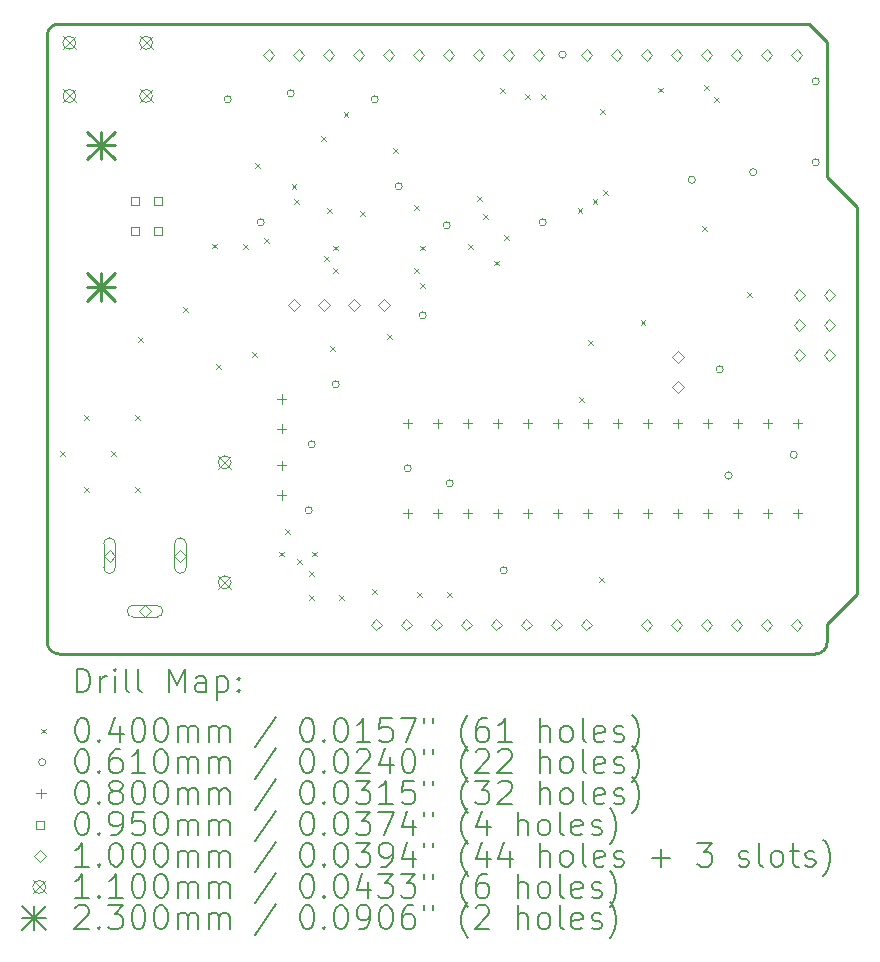
<source format=gbr>
%TF.GenerationSoftware,KiCad,Pcbnew,8.0.4*%
%TF.CreationDate,2024-10-26T11:38:54+11:00*%
%TF.ProjectId,INK-128DA28,494e4b2d-3132-4384-9441-32382e6b6963,1.1*%
%TF.SameCoordinates,Original*%
%TF.FileFunction,Drillmap*%
%TF.FilePolarity,Positive*%
%FSLAX45Y45*%
G04 Gerber Fmt 4.5, Leading zero omitted, Abs format (unit mm)*
G04 Created by KiCad (PCBNEW 8.0.4) date 2024-10-26 11:38:54*
%MOMM*%
%LPD*%
G01*
G04 APERTURE LIST*
%ADD10C,0.254000*%
%ADD11C,0.200000*%
%ADD12C,0.100000*%
%ADD13C,0.110000*%
%ADD14C,0.230000*%
G04 APERTURE END LIST*
D10*
X14855111Y-10816511D02*
X14855111Y-14093111D01*
X8097111Y-14601111D02*
G75*
G02*
X7997109Y-14501111I-1J100001D01*
G01*
X8097111Y-9267111D02*
X14448711Y-9267111D01*
X7997111Y-14501111D02*
X7997111Y-9367111D01*
X14601111Y-9419511D02*
X14601111Y-10562511D01*
X7997111Y-9367111D02*
G75*
G02*
X8097111Y-9267111I99999J1D01*
G01*
X14501111Y-14601111D02*
X8097111Y-14601111D01*
X14601111Y-10562511D02*
X14855111Y-10816511D01*
X14601111Y-14347111D02*
X14601111Y-14501111D01*
X14855111Y-14093111D02*
X14601111Y-14347111D01*
X14601111Y-14501111D02*
G75*
G02*
X14501111Y-14601111I-100001J1D01*
G01*
X14448711Y-9267111D02*
X14601111Y-9419511D01*
D11*
D12*
X8108000Y-12883200D02*
X8148000Y-12923200D01*
X8148000Y-12883200D02*
X8108000Y-12923200D01*
X8311200Y-12578400D02*
X8351200Y-12618400D01*
X8351200Y-12578400D02*
X8311200Y-12618400D01*
X8311200Y-13188000D02*
X8351200Y-13228000D01*
X8351200Y-13188000D02*
X8311200Y-13228000D01*
X8539800Y-12883200D02*
X8579800Y-12923200D01*
X8579800Y-12883200D02*
X8539800Y-12923200D01*
X8743000Y-12578400D02*
X8783000Y-12618400D01*
X8783000Y-12578400D02*
X8743000Y-12618400D01*
X8743000Y-13188000D02*
X8783000Y-13228000D01*
X8783000Y-13188000D02*
X8743000Y-13228000D01*
X8768400Y-11918000D02*
X8808400Y-11958000D01*
X8808400Y-11918000D02*
X8768400Y-11958000D01*
X9149400Y-11664000D02*
X9189400Y-11704000D01*
X9189400Y-11664000D02*
X9149400Y-11704000D01*
X9394000Y-11127000D02*
X9434000Y-11167000D01*
X9434000Y-11127000D02*
X9394000Y-11167000D01*
X9428800Y-12146600D02*
X9468800Y-12186600D01*
X9468800Y-12146600D02*
X9428800Y-12186600D01*
X9657400Y-11130600D02*
X9697400Y-11170600D01*
X9697400Y-11130600D02*
X9657400Y-11170600D01*
X9733600Y-12045000D02*
X9773600Y-12085000D01*
X9773600Y-12045000D02*
X9733600Y-12085000D01*
X9759000Y-10444800D02*
X9799000Y-10484800D01*
X9799000Y-10444800D02*
X9759000Y-10484800D01*
X9835200Y-11079800D02*
X9875200Y-11119800D01*
X9875200Y-11079800D02*
X9835200Y-11119800D01*
X9962200Y-13734100D02*
X10002200Y-13774100D01*
X10002200Y-13734100D02*
X9962200Y-13774100D01*
X10013000Y-13543600D02*
X10053000Y-13583600D01*
X10053000Y-13543600D02*
X10013000Y-13583600D01*
X10066000Y-10623000D02*
X10106000Y-10663000D01*
X10106000Y-10623000D02*
X10066000Y-10663000D01*
X10088900Y-10749900D02*
X10128900Y-10789900D01*
X10128900Y-10749900D02*
X10088900Y-10789900D01*
X10114600Y-13797600D02*
X10154600Y-13837600D01*
X10154600Y-13797600D02*
X10114600Y-13837600D01*
X10216200Y-13899200D02*
X10256200Y-13939200D01*
X10256200Y-13899200D02*
X10216200Y-13939200D01*
X10216200Y-14102400D02*
X10256200Y-14142400D01*
X10256200Y-14102400D02*
X10216200Y-14142400D01*
X10241600Y-13734100D02*
X10281600Y-13774100D01*
X10281600Y-13734100D02*
X10241600Y-13774100D01*
X10317800Y-10216200D02*
X10357800Y-10256200D01*
X10357800Y-10216200D02*
X10317800Y-10256200D01*
X10343200Y-11232200D02*
X10383200Y-11272200D01*
X10383200Y-11232200D02*
X10343200Y-11272200D01*
X10368600Y-10825800D02*
X10408600Y-10865800D01*
X10408600Y-10825800D02*
X10368600Y-10865800D01*
X10394000Y-11994200D02*
X10434000Y-12034200D01*
X10434000Y-11994200D02*
X10394000Y-12034200D01*
X10419400Y-11144000D02*
X10459400Y-11184000D01*
X10459400Y-11144000D02*
X10419400Y-11184000D01*
X10419400Y-11333800D02*
X10459400Y-11373800D01*
X10459400Y-11333800D02*
X10419400Y-11373800D01*
X10470200Y-14102400D02*
X10510200Y-14142400D01*
X10510200Y-14102400D02*
X10470200Y-14142400D01*
X10506000Y-10013000D02*
X10546000Y-10053000D01*
X10546000Y-10013000D02*
X10506000Y-10053000D01*
X10648000Y-10851200D02*
X10688000Y-10891200D01*
X10688000Y-10851200D02*
X10648000Y-10891200D01*
X10749600Y-14051600D02*
X10789600Y-14091600D01*
X10789600Y-14051600D02*
X10749600Y-14091600D01*
X10876600Y-11892600D02*
X10916600Y-11932600D01*
X10916600Y-11892600D02*
X10876600Y-11932600D01*
X10927400Y-10317800D02*
X10967400Y-10357800D01*
X10967400Y-10317800D02*
X10927400Y-10357800D01*
X11105200Y-10800400D02*
X11145200Y-10840400D01*
X11145200Y-10800400D02*
X11105200Y-10840400D01*
X11105200Y-11333800D02*
X11145200Y-11373800D01*
X11145200Y-11333800D02*
X11105200Y-11373800D01*
X11130600Y-14077000D02*
X11170600Y-14117000D01*
X11170600Y-14077000D02*
X11130600Y-14117000D01*
X11153000Y-11144000D02*
X11193000Y-11184000D01*
X11193000Y-11144000D02*
X11153000Y-11184000D01*
X11156000Y-11460800D02*
X11196000Y-11500800D01*
X11196000Y-11460800D02*
X11156000Y-11500800D01*
X11384600Y-14077000D02*
X11424600Y-14117000D01*
X11424600Y-14077000D02*
X11384600Y-14117000D01*
X11562400Y-11130600D02*
X11602400Y-11170600D01*
X11602400Y-11130600D02*
X11562400Y-11170600D01*
X11637000Y-10723000D02*
X11677000Y-10763000D01*
X11677000Y-10723000D02*
X11637000Y-10763000D01*
X11689400Y-10876600D02*
X11729400Y-10916600D01*
X11729400Y-10876600D02*
X11689400Y-10916600D01*
X11778300Y-11270300D02*
X11818300Y-11310300D01*
X11818300Y-11270300D02*
X11778300Y-11310300D01*
X11832000Y-9809800D02*
X11872000Y-9849800D01*
X11872000Y-9809800D02*
X11832000Y-9849800D01*
X11867200Y-11054400D02*
X11907200Y-11094400D01*
X11907200Y-11054400D02*
X11867200Y-11094400D01*
X12045000Y-9860600D02*
X12085000Y-9900600D01*
X12085000Y-9860600D02*
X12045000Y-9900600D01*
X12180000Y-9861000D02*
X12220000Y-9901000D01*
X12220000Y-9861000D02*
X12180000Y-9901000D01*
X12487000Y-10824000D02*
X12527000Y-10864000D01*
X12527000Y-10824000D02*
X12487000Y-10864000D01*
X12502200Y-12426000D02*
X12542200Y-12466000D01*
X12542200Y-12426000D02*
X12502200Y-12466000D01*
X12578400Y-11943400D02*
X12618400Y-11983400D01*
X12618400Y-11943400D02*
X12578400Y-11983400D01*
X12615000Y-10750000D02*
X12655000Y-10790000D01*
X12655000Y-10750000D02*
X12615000Y-10790000D01*
X12668000Y-13949000D02*
X12708000Y-13989000D01*
X12708000Y-13949000D02*
X12668000Y-13989000D01*
X12680000Y-9987600D02*
X12720000Y-10027600D01*
X12720000Y-9987600D02*
X12680000Y-10027600D01*
X12705400Y-10673400D02*
X12745400Y-10713400D01*
X12745400Y-10673400D02*
X12705400Y-10713400D01*
X13021000Y-11774000D02*
X13061000Y-11814000D01*
X13061000Y-11774000D02*
X13021000Y-11814000D01*
X13172000Y-9806000D02*
X13212000Y-9846000D01*
X13212000Y-9806000D02*
X13172000Y-9846000D01*
X13543600Y-10978200D02*
X13583600Y-11018200D01*
X13583600Y-10978200D02*
X13543600Y-11018200D01*
X13558761Y-9784400D02*
X13598761Y-9824400D01*
X13598761Y-9784400D02*
X13558761Y-9824400D01*
X13645200Y-9888000D02*
X13685200Y-9928000D01*
X13685200Y-9888000D02*
X13645200Y-9928000D01*
X13924600Y-11537000D02*
X13964600Y-11577000D01*
X13964600Y-11537000D02*
X13924600Y-11577000D01*
X9555480Y-9906000D02*
G75*
G02*
X9494520Y-9906000I-30480J0D01*
G01*
X9494520Y-9906000D02*
G75*
G02*
X9555480Y-9906000I30480J0D01*
G01*
X9834880Y-10947400D02*
G75*
G02*
X9773920Y-10947400I-30480J0D01*
G01*
X9773920Y-10947400D02*
G75*
G02*
X9834880Y-10947400I30480J0D01*
G01*
X10088880Y-9855200D02*
G75*
G02*
X10027920Y-9855200I-30480J0D01*
G01*
X10027920Y-9855200D02*
G75*
G02*
X10088880Y-9855200I30480J0D01*
G01*
X10241280Y-13385800D02*
G75*
G02*
X10180320Y-13385800I-30480J0D01*
G01*
X10180320Y-13385800D02*
G75*
G02*
X10241280Y-13385800I30480J0D01*
G01*
X10266680Y-12827000D02*
G75*
G02*
X10205720Y-12827000I-30480J0D01*
G01*
X10205720Y-12827000D02*
G75*
G02*
X10266680Y-12827000I30480J0D01*
G01*
X10469880Y-12319000D02*
G75*
G02*
X10408920Y-12319000I-30480J0D01*
G01*
X10408920Y-12319000D02*
G75*
G02*
X10469880Y-12319000I30480J0D01*
G01*
X10800080Y-9906000D02*
G75*
G02*
X10739120Y-9906000I-30480J0D01*
G01*
X10739120Y-9906000D02*
G75*
G02*
X10800080Y-9906000I30480J0D01*
G01*
X11003280Y-10642600D02*
G75*
G02*
X10942320Y-10642600I-30480J0D01*
G01*
X10942320Y-10642600D02*
G75*
G02*
X11003280Y-10642600I30480J0D01*
G01*
X11079480Y-13030200D02*
G75*
G02*
X11018520Y-13030200I-30480J0D01*
G01*
X11018520Y-13030200D02*
G75*
G02*
X11079480Y-13030200I30480J0D01*
G01*
X11206480Y-11734800D02*
G75*
G02*
X11145520Y-11734800I-30480J0D01*
G01*
X11145520Y-11734800D02*
G75*
G02*
X11206480Y-11734800I30480J0D01*
G01*
X11409680Y-10972800D02*
G75*
G02*
X11348720Y-10972800I-30480J0D01*
G01*
X11348720Y-10972800D02*
G75*
G02*
X11409680Y-10972800I30480J0D01*
G01*
X11435080Y-13157200D02*
G75*
G02*
X11374120Y-13157200I-30480J0D01*
G01*
X11374120Y-13157200D02*
G75*
G02*
X11435080Y-13157200I30480J0D01*
G01*
X11892280Y-13893800D02*
G75*
G02*
X11831320Y-13893800I-30480J0D01*
G01*
X11831320Y-13893800D02*
G75*
G02*
X11892280Y-13893800I30480J0D01*
G01*
X12222480Y-10947400D02*
G75*
G02*
X12161520Y-10947400I-30480J0D01*
G01*
X12161520Y-10947400D02*
G75*
G02*
X12222480Y-10947400I30480J0D01*
G01*
X12390041Y-9527461D02*
G75*
G02*
X12329081Y-9527461I-30480J0D01*
G01*
X12329081Y-9527461D02*
G75*
G02*
X12390041Y-9527461I30480J0D01*
G01*
X13484480Y-10586000D02*
G75*
G02*
X13423520Y-10586000I-30480J0D01*
G01*
X13423520Y-10586000D02*
G75*
G02*
X13484480Y-10586000I30480J0D01*
G01*
X13721080Y-12192000D02*
G75*
G02*
X13660120Y-12192000I-30480J0D01*
G01*
X13660120Y-12192000D02*
G75*
G02*
X13721080Y-12192000I30480J0D01*
G01*
X13795480Y-13090000D02*
G75*
G02*
X13734520Y-13090000I-30480J0D01*
G01*
X13734520Y-13090000D02*
G75*
G02*
X13795480Y-13090000I30480J0D01*
G01*
X14004480Y-10523000D02*
G75*
G02*
X13943520Y-10523000I-30480J0D01*
G01*
X13943520Y-10523000D02*
G75*
G02*
X14004480Y-10523000I30480J0D01*
G01*
X14347480Y-12915000D02*
G75*
G02*
X14286520Y-12915000I-30480J0D01*
G01*
X14286520Y-12915000D02*
G75*
G02*
X14347480Y-12915000I30480J0D01*
G01*
X14533880Y-9753600D02*
G75*
G02*
X14472920Y-9753600I-30480J0D01*
G01*
X14472920Y-9753600D02*
G75*
G02*
X14533880Y-9753600I30480J0D01*
G01*
X14533880Y-10439400D02*
G75*
G02*
X14472920Y-10439400I-30480J0D01*
G01*
X14472920Y-10439400D02*
G75*
G02*
X14533880Y-10439400I30480J0D01*
G01*
X9982200Y-12403511D02*
X9982200Y-12483511D01*
X9942200Y-12443511D02*
X10022200Y-12443511D01*
X9982200Y-12653511D02*
X9982200Y-12733511D01*
X9942200Y-12693511D02*
X10022200Y-12693511D01*
X9982200Y-12964800D02*
X9982200Y-13044800D01*
X9942200Y-13004800D02*
X10022200Y-13004800D01*
X9982200Y-13214800D02*
X9982200Y-13294800D01*
X9942200Y-13254800D02*
X10022200Y-13254800D01*
X11049000Y-12609200D02*
X11049000Y-12689200D01*
X11009000Y-12649200D02*
X11089000Y-12649200D01*
X11049000Y-13371200D02*
X11049000Y-13451200D01*
X11009000Y-13411200D02*
X11089000Y-13411200D01*
X11303000Y-12609200D02*
X11303000Y-12689200D01*
X11263000Y-12649200D02*
X11343000Y-12649200D01*
X11303000Y-13371200D02*
X11303000Y-13451200D01*
X11263000Y-13411200D02*
X11343000Y-13411200D01*
X11557000Y-12609200D02*
X11557000Y-12689200D01*
X11517000Y-12649200D02*
X11597000Y-12649200D01*
X11557000Y-13371200D02*
X11557000Y-13451200D01*
X11517000Y-13411200D02*
X11597000Y-13411200D01*
X11811000Y-12609200D02*
X11811000Y-12689200D01*
X11771000Y-12649200D02*
X11851000Y-12649200D01*
X11811000Y-13371200D02*
X11811000Y-13451200D01*
X11771000Y-13411200D02*
X11851000Y-13411200D01*
X12065000Y-12609200D02*
X12065000Y-12689200D01*
X12025000Y-12649200D02*
X12105000Y-12649200D01*
X12065000Y-13371200D02*
X12065000Y-13451200D01*
X12025000Y-13411200D02*
X12105000Y-13411200D01*
X12319000Y-12609200D02*
X12319000Y-12689200D01*
X12279000Y-12649200D02*
X12359000Y-12649200D01*
X12319000Y-13371200D02*
X12319000Y-13451200D01*
X12279000Y-13411200D02*
X12359000Y-13411200D01*
X12573000Y-12609200D02*
X12573000Y-12689200D01*
X12533000Y-12649200D02*
X12613000Y-12649200D01*
X12573000Y-13371200D02*
X12573000Y-13451200D01*
X12533000Y-13411200D02*
X12613000Y-13411200D01*
X12827000Y-12609200D02*
X12827000Y-12689200D01*
X12787000Y-12649200D02*
X12867000Y-12649200D01*
X12827000Y-13371200D02*
X12827000Y-13451200D01*
X12787000Y-13411200D02*
X12867000Y-13411200D01*
X13081000Y-12609200D02*
X13081000Y-12689200D01*
X13041000Y-12649200D02*
X13121000Y-12649200D01*
X13081000Y-13371200D02*
X13081000Y-13451200D01*
X13041000Y-13411200D02*
X13121000Y-13411200D01*
X13335000Y-12609200D02*
X13335000Y-12689200D01*
X13295000Y-12649200D02*
X13375000Y-12649200D01*
X13335000Y-13371200D02*
X13335000Y-13451200D01*
X13295000Y-13411200D02*
X13375000Y-13411200D01*
X13589000Y-12609200D02*
X13589000Y-12689200D01*
X13549000Y-12649200D02*
X13629000Y-12649200D01*
X13589000Y-13371200D02*
X13589000Y-13451200D01*
X13549000Y-13411200D02*
X13629000Y-13411200D01*
X13843000Y-12609200D02*
X13843000Y-12689200D01*
X13803000Y-12649200D02*
X13883000Y-12649200D01*
X13843000Y-13371200D02*
X13843000Y-13451200D01*
X13803000Y-13411200D02*
X13883000Y-13411200D01*
X14097000Y-12609200D02*
X14097000Y-12689200D01*
X14057000Y-12649200D02*
X14137000Y-12649200D01*
X14097000Y-13371200D02*
X14097000Y-13451200D01*
X14057000Y-13411200D02*
X14137000Y-13411200D01*
X14351000Y-12609200D02*
X14351000Y-12689200D01*
X14311000Y-12649200D02*
X14391000Y-12649200D01*
X14351000Y-13371200D02*
X14351000Y-13451200D01*
X14311000Y-13411200D02*
X14391000Y-13411200D01*
X8771188Y-10803188D02*
X8771188Y-10736012D01*
X8704012Y-10736012D01*
X8704012Y-10803188D01*
X8771188Y-10803188D01*
X8771188Y-11053188D02*
X8771188Y-10986012D01*
X8704012Y-10986012D01*
X8704012Y-11053188D01*
X8771188Y-11053188D01*
X8971188Y-10803188D02*
X8971188Y-10736012D01*
X8904012Y-10736012D01*
X8904012Y-10803188D01*
X8971188Y-10803188D01*
X8971188Y-11053188D02*
X8971188Y-10986012D01*
X8904012Y-10986012D01*
X8904012Y-11053188D01*
X8971188Y-11053188D01*
X8524161Y-13819261D02*
X8574161Y-13769261D01*
X8524161Y-13719261D01*
X8474161Y-13769261D01*
X8524161Y-13819261D01*
X8474161Y-13669261D02*
X8474161Y-13869261D01*
X8574161Y-13869261D02*
G75*
G02*
X8474161Y-13869261I-50000J0D01*
G01*
X8574161Y-13869261D02*
X8574161Y-13669261D01*
X8574161Y-13669261D02*
G75*
G03*
X8474161Y-13669261I-50000J0D01*
G01*
X8824161Y-14289261D02*
X8874161Y-14239261D01*
X8824161Y-14189261D01*
X8774161Y-14239261D01*
X8824161Y-14289261D01*
X8724161Y-14289261D02*
X8924161Y-14289261D01*
X8924161Y-14189261D02*
G75*
G02*
X8924161Y-14289261I0J-50000D01*
G01*
X8924161Y-14189261D02*
X8724161Y-14189261D01*
X8724161Y-14189261D02*
G75*
G03*
X8724161Y-14289261I0J-50000D01*
G01*
X9124161Y-13819261D02*
X9174161Y-13769261D01*
X9124161Y-13719261D01*
X9074161Y-13769261D01*
X9124161Y-13819261D01*
X9074161Y-13669261D02*
X9074161Y-13869261D01*
X9174161Y-13869261D02*
G75*
G02*
X9074161Y-13869261I-50000J0D01*
G01*
X9174161Y-13869261D02*
X9174161Y-13669261D01*
X9174161Y-13669261D02*
G75*
G03*
X9074161Y-13669261I-50000J0D01*
G01*
X9871000Y-9578000D02*
X9921000Y-9528000D01*
X9871000Y-9478000D01*
X9821000Y-9528000D01*
X9871000Y-9578000D01*
X10088000Y-11699000D02*
X10138000Y-11649000D01*
X10088000Y-11599000D01*
X10038000Y-11649000D01*
X10088000Y-11699000D01*
X10125000Y-9578000D02*
X10175000Y-9528000D01*
X10125000Y-9478000D01*
X10075000Y-9528000D01*
X10125000Y-9578000D01*
X10342000Y-11699000D02*
X10392000Y-11649000D01*
X10342000Y-11599000D01*
X10292000Y-11649000D01*
X10342000Y-11699000D01*
X10379000Y-9578000D02*
X10429000Y-9528000D01*
X10379000Y-9478000D01*
X10329000Y-9528000D01*
X10379000Y-9578000D01*
X10596000Y-11699000D02*
X10646000Y-11649000D01*
X10596000Y-11599000D01*
X10546000Y-11649000D01*
X10596000Y-11699000D01*
X10633000Y-9578000D02*
X10683000Y-9528000D01*
X10633000Y-9478000D01*
X10583000Y-9528000D01*
X10633000Y-9578000D01*
X10784500Y-14402500D02*
X10834500Y-14352500D01*
X10784500Y-14302500D01*
X10734500Y-14352500D01*
X10784500Y-14402500D01*
X10850000Y-11699000D02*
X10900000Y-11649000D01*
X10850000Y-11599000D01*
X10800000Y-11649000D01*
X10850000Y-11699000D01*
X10887000Y-9578000D02*
X10937000Y-9528000D01*
X10887000Y-9478000D01*
X10837000Y-9528000D01*
X10887000Y-9578000D01*
X11038500Y-14402500D02*
X11088500Y-14352500D01*
X11038500Y-14302500D01*
X10988500Y-14352500D01*
X11038500Y-14402500D01*
X11141000Y-9578000D02*
X11191000Y-9528000D01*
X11141000Y-9478000D01*
X11091000Y-9528000D01*
X11141000Y-9578000D01*
X11292500Y-14402500D02*
X11342500Y-14352500D01*
X11292500Y-14302500D01*
X11242500Y-14352500D01*
X11292500Y-14402500D01*
X11395000Y-9578000D02*
X11445000Y-9528000D01*
X11395000Y-9478000D01*
X11345000Y-9528000D01*
X11395000Y-9578000D01*
X11546500Y-14402500D02*
X11596500Y-14352500D01*
X11546500Y-14302500D01*
X11496500Y-14352500D01*
X11546500Y-14402500D01*
X11649000Y-9578000D02*
X11699000Y-9528000D01*
X11649000Y-9478000D01*
X11599000Y-9528000D01*
X11649000Y-9578000D01*
X11800500Y-14402500D02*
X11850500Y-14352500D01*
X11800500Y-14302500D01*
X11750500Y-14352500D01*
X11800500Y-14402500D01*
X11903000Y-9578000D02*
X11953000Y-9528000D01*
X11903000Y-9478000D01*
X11853000Y-9528000D01*
X11903000Y-9578000D01*
X12054500Y-14402500D02*
X12104500Y-14352500D01*
X12054500Y-14302500D01*
X12004500Y-14352500D01*
X12054500Y-14402500D01*
X12157000Y-9578000D02*
X12207000Y-9528000D01*
X12157000Y-9478000D01*
X12107000Y-9528000D01*
X12157000Y-9578000D01*
X12308500Y-14402500D02*
X12358500Y-14352500D01*
X12308500Y-14302500D01*
X12258500Y-14352500D01*
X12308500Y-14402500D01*
X12562500Y-14402500D02*
X12612500Y-14352500D01*
X12562500Y-14302500D01*
X12512500Y-14352500D01*
X12562500Y-14402500D01*
X12562761Y-9577461D02*
X12612761Y-9527461D01*
X12562761Y-9477461D01*
X12512761Y-9527461D01*
X12562761Y-9577461D01*
X12816761Y-9577461D02*
X12866761Y-9527461D01*
X12816761Y-9477461D01*
X12766761Y-9527461D01*
X12816761Y-9577461D01*
X13070761Y-9577461D02*
X13120761Y-9527461D01*
X13070761Y-9477461D01*
X13020761Y-9527461D01*
X13070761Y-9577461D01*
X13070761Y-14403461D02*
X13120761Y-14353461D01*
X13070761Y-14303461D01*
X13020761Y-14353461D01*
X13070761Y-14403461D01*
X13324761Y-9577461D02*
X13374761Y-9527461D01*
X13324761Y-9477461D01*
X13274761Y-9527461D01*
X13324761Y-9577461D01*
X13324761Y-14403461D02*
X13374761Y-14353461D01*
X13324761Y-14303461D01*
X13274761Y-14353461D01*
X13324761Y-14403461D01*
X13335000Y-12140400D02*
X13385000Y-12090400D01*
X13335000Y-12040400D01*
X13285000Y-12090400D01*
X13335000Y-12140400D01*
X13335000Y-12394400D02*
X13385000Y-12344400D01*
X13335000Y-12294400D01*
X13285000Y-12344400D01*
X13335000Y-12394400D01*
X13578761Y-9577461D02*
X13628761Y-9527461D01*
X13578761Y-9477461D01*
X13528761Y-9527461D01*
X13578761Y-9577461D01*
X13578761Y-14403461D02*
X13628761Y-14353461D01*
X13578761Y-14303461D01*
X13528761Y-14353461D01*
X13578761Y-14403461D01*
X13832761Y-9577461D02*
X13882761Y-9527461D01*
X13832761Y-9477461D01*
X13782761Y-9527461D01*
X13832761Y-9577461D01*
X13832761Y-14403461D02*
X13882761Y-14353461D01*
X13832761Y-14303461D01*
X13782761Y-14353461D01*
X13832761Y-14403461D01*
X14086761Y-9577461D02*
X14136761Y-9527461D01*
X14086761Y-9477461D01*
X14036761Y-9527461D01*
X14086761Y-9577461D01*
X14086761Y-14403461D02*
X14136761Y-14353461D01*
X14086761Y-14303461D01*
X14036761Y-14353461D01*
X14086761Y-14403461D01*
X14340761Y-9577461D02*
X14390761Y-9527461D01*
X14340761Y-9477461D01*
X14290761Y-9527461D01*
X14340761Y-9577461D01*
X14340761Y-14403461D02*
X14390761Y-14353461D01*
X14340761Y-14303461D01*
X14290761Y-14353461D01*
X14340761Y-14403461D01*
X14366000Y-11609000D02*
X14416000Y-11559000D01*
X14366000Y-11509000D01*
X14316000Y-11559000D01*
X14366000Y-11609000D01*
X14366000Y-11863000D02*
X14416000Y-11813000D01*
X14366000Y-11763000D01*
X14316000Y-11813000D01*
X14366000Y-11863000D01*
X14366000Y-12117000D02*
X14416000Y-12067000D01*
X14366000Y-12017000D01*
X14316000Y-12067000D01*
X14366000Y-12117000D01*
X14620000Y-11609000D02*
X14670000Y-11559000D01*
X14620000Y-11509000D01*
X14570000Y-11559000D01*
X14620000Y-11609000D01*
X14620000Y-11863000D02*
X14670000Y-11813000D01*
X14620000Y-11763000D01*
X14570000Y-11813000D01*
X14620000Y-11863000D01*
X14620000Y-12117000D02*
X14670000Y-12067000D01*
X14620000Y-12017000D01*
X14570000Y-12067000D01*
X14620000Y-12117000D01*
D13*
X8129000Y-9372000D02*
X8239000Y-9482000D01*
X8239000Y-9372000D02*
X8129000Y-9482000D01*
X8239000Y-9427000D02*
G75*
G02*
X8129000Y-9427000I-55000J0D01*
G01*
X8129000Y-9427000D02*
G75*
G02*
X8239000Y-9427000I55000J0D01*
G01*
X8129000Y-9822000D02*
X8239000Y-9932000D01*
X8239000Y-9822000D02*
X8129000Y-9932000D01*
X8239000Y-9877000D02*
G75*
G02*
X8129000Y-9877000I-55000J0D01*
G01*
X8129000Y-9877000D02*
G75*
G02*
X8239000Y-9877000I55000J0D01*
G01*
X8779000Y-9372000D02*
X8889000Y-9482000D01*
X8889000Y-9372000D02*
X8779000Y-9482000D01*
X8889000Y-9427000D02*
G75*
G02*
X8779000Y-9427000I-55000J0D01*
G01*
X8779000Y-9427000D02*
G75*
G02*
X8889000Y-9427000I55000J0D01*
G01*
X8779000Y-9822000D02*
X8889000Y-9932000D01*
X8889000Y-9822000D02*
X8779000Y-9932000D01*
X8889000Y-9877000D02*
G75*
G02*
X8779000Y-9877000I-55000J0D01*
G01*
X8779000Y-9877000D02*
G75*
G02*
X8889000Y-9877000I55000J0D01*
G01*
X9444600Y-12924400D02*
X9554600Y-13034400D01*
X9554600Y-12924400D02*
X9444600Y-13034400D01*
X9554600Y-12979400D02*
G75*
G02*
X9444600Y-12979400I-55000J0D01*
G01*
X9444600Y-12979400D02*
G75*
G02*
X9554600Y-12979400I55000J0D01*
G01*
X9444600Y-13940400D02*
X9554600Y-14050400D01*
X9554600Y-13940400D02*
X9444600Y-14050400D01*
X9554600Y-13995400D02*
G75*
G02*
X9444600Y-13995400I-55000J0D01*
G01*
X9444600Y-13995400D02*
G75*
G02*
X9554600Y-13995400I55000J0D01*
G01*
D14*
X8336600Y-10179600D02*
X8566600Y-10409600D01*
X8566600Y-10179600D02*
X8336600Y-10409600D01*
X8451600Y-10179600D02*
X8451600Y-10409600D01*
X8336600Y-10294600D02*
X8566600Y-10294600D01*
X8336600Y-11379600D02*
X8566600Y-11609600D01*
X8566600Y-11379600D02*
X8336600Y-11609600D01*
X8451600Y-11379600D02*
X8451600Y-11609600D01*
X8336600Y-11494600D02*
X8566600Y-11494600D01*
D11*
X8245187Y-14925294D02*
X8245187Y-14725294D01*
X8245187Y-14725294D02*
X8292806Y-14725294D01*
X8292806Y-14725294D02*
X8321378Y-14734818D01*
X8321378Y-14734818D02*
X8340426Y-14753866D01*
X8340426Y-14753866D02*
X8349949Y-14772913D01*
X8349949Y-14772913D02*
X8359473Y-14811009D01*
X8359473Y-14811009D02*
X8359473Y-14839580D01*
X8359473Y-14839580D02*
X8349949Y-14877675D01*
X8349949Y-14877675D02*
X8340426Y-14896723D01*
X8340426Y-14896723D02*
X8321378Y-14915771D01*
X8321378Y-14915771D02*
X8292806Y-14925294D01*
X8292806Y-14925294D02*
X8245187Y-14925294D01*
X8445188Y-14925294D02*
X8445188Y-14791961D01*
X8445188Y-14830056D02*
X8454711Y-14811009D01*
X8454711Y-14811009D02*
X8464235Y-14801485D01*
X8464235Y-14801485D02*
X8483283Y-14791961D01*
X8483283Y-14791961D02*
X8502330Y-14791961D01*
X8568997Y-14925294D02*
X8568997Y-14791961D01*
X8568997Y-14725294D02*
X8559473Y-14734818D01*
X8559473Y-14734818D02*
X8568997Y-14744342D01*
X8568997Y-14744342D02*
X8578521Y-14734818D01*
X8578521Y-14734818D02*
X8568997Y-14725294D01*
X8568997Y-14725294D02*
X8568997Y-14744342D01*
X8692807Y-14925294D02*
X8673759Y-14915771D01*
X8673759Y-14915771D02*
X8664235Y-14896723D01*
X8664235Y-14896723D02*
X8664235Y-14725294D01*
X8797568Y-14925294D02*
X8778521Y-14915771D01*
X8778521Y-14915771D02*
X8768997Y-14896723D01*
X8768997Y-14896723D02*
X8768997Y-14725294D01*
X9026140Y-14925294D02*
X9026140Y-14725294D01*
X9026140Y-14725294D02*
X9092807Y-14868152D01*
X9092807Y-14868152D02*
X9159473Y-14725294D01*
X9159473Y-14725294D02*
X9159473Y-14925294D01*
X9340426Y-14925294D02*
X9340426Y-14820533D01*
X9340426Y-14820533D02*
X9330902Y-14801485D01*
X9330902Y-14801485D02*
X9311854Y-14791961D01*
X9311854Y-14791961D02*
X9273759Y-14791961D01*
X9273759Y-14791961D02*
X9254711Y-14801485D01*
X9340426Y-14915771D02*
X9321378Y-14925294D01*
X9321378Y-14925294D02*
X9273759Y-14925294D01*
X9273759Y-14925294D02*
X9254711Y-14915771D01*
X9254711Y-14915771D02*
X9245188Y-14896723D01*
X9245188Y-14896723D02*
X9245188Y-14877675D01*
X9245188Y-14877675D02*
X9254711Y-14858628D01*
X9254711Y-14858628D02*
X9273759Y-14849104D01*
X9273759Y-14849104D02*
X9321378Y-14849104D01*
X9321378Y-14849104D02*
X9340426Y-14839580D01*
X9435664Y-14791961D02*
X9435664Y-14991961D01*
X9435664Y-14801485D02*
X9454711Y-14791961D01*
X9454711Y-14791961D02*
X9492807Y-14791961D01*
X9492807Y-14791961D02*
X9511854Y-14801485D01*
X9511854Y-14801485D02*
X9521378Y-14811009D01*
X9521378Y-14811009D02*
X9530902Y-14830056D01*
X9530902Y-14830056D02*
X9530902Y-14887199D01*
X9530902Y-14887199D02*
X9521378Y-14906247D01*
X9521378Y-14906247D02*
X9511854Y-14915771D01*
X9511854Y-14915771D02*
X9492807Y-14925294D01*
X9492807Y-14925294D02*
X9454711Y-14925294D01*
X9454711Y-14925294D02*
X9435664Y-14915771D01*
X9616616Y-14906247D02*
X9626140Y-14915771D01*
X9626140Y-14915771D02*
X9616616Y-14925294D01*
X9616616Y-14925294D02*
X9607092Y-14915771D01*
X9607092Y-14915771D02*
X9616616Y-14906247D01*
X9616616Y-14906247D02*
X9616616Y-14925294D01*
X9616616Y-14801485D02*
X9626140Y-14811009D01*
X9626140Y-14811009D02*
X9616616Y-14820533D01*
X9616616Y-14820533D02*
X9607092Y-14811009D01*
X9607092Y-14811009D02*
X9616616Y-14801485D01*
X9616616Y-14801485D02*
X9616616Y-14820533D01*
D12*
X7944411Y-15233811D02*
X7984411Y-15273811D01*
X7984411Y-15233811D02*
X7944411Y-15273811D01*
D11*
X8283283Y-15145294D02*
X8302330Y-15145294D01*
X8302330Y-15145294D02*
X8321378Y-15154818D01*
X8321378Y-15154818D02*
X8330902Y-15164342D01*
X8330902Y-15164342D02*
X8340426Y-15183390D01*
X8340426Y-15183390D02*
X8349949Y-15221485D01*
X8349949Y-15221485D02*
X8349949Y-15269104D01*
X8349949Y-15269104D02*
X8340426Y-15307199D01*
X8340426Y-15307199D02*
X8330902Y-15326247D01*
X8330902Y-15326247D02*
X8321378Y-15335771D01*
X8321378Y-15335771D02*
X8302330Y-15345294D01*
X8302330Y-15345294D02*
X8283283Y-15345294D01*
X8283283Y-15345294D02*
X8264235Y-15335771D01*
X8264235Y-15335771D02*
X8254711Y-15326247D01*
X8254711Y-15326247D02*
X8245187Y-15307199D01*
X8245187Y-15307199D02*
X8235664Y-15269104D01*
X8235664Y-15269104D02*
X8235664Y-15221485D01*
X8235664Y-15221485D02*
X8245187Y-15183390D01*
X8245187Y-15183390D02*
X8254711Y-15164342D01*
X8254711Y-15164342D02*
X8264235Y-15154818D01*
X8264235Y-15154818D02*
X8283283Y-15145294D01*
X8435664Y-15326247D02*
X8445188Y-15335771D01*
X8445188Y-15335771D02*
X8435664Y-15345294D01*
X8435664Y-15345294D02*
X8426140Y-15335771D01*
X8426140Y-15335771D02*
X8435664Y-15326247D01*
X8435664Y-15326247D02*
X8435664Y-15345294D01*
X8616616Y-15211961D02*
X8616616Y-15345294D01*
X8568997Y-15135771D02*
X8521378Y-15278628D01*
X8521378Y-15278628D02*
X8645188Y-15278628D01*
X8759473Y-15145294D02*
X8778521Y-15145294D01*
X8778521Y-15145294D02*
X8797569Y-15154818D01*
X8797569Y-15154818D02*
X8807092Y-15164342D01*
X8807092Y-15164342D02*
X8816616Y-15183390D01*
X8816616Y-15183390D02*
X8826140Y-15221485D01*
X8826140Y-15221485D02*
X8826140Y-15269104D01*
X8826140Y-15269104D02*
X8816616Y-15307199D01*
X8816616Y-15307199D02*
X8807092Y-15326247D01*
X8807092Y-15326247D02*
X8797569Y-15335771D01*
X8797569Y-15335771D02*
X8778521Y-15345294D01*
X8778521Y-15345294D02*
X8759473Y-15345294D01*
X8759473Y-15345294D02*
X8740426Y-15335771D01*
X8740426Y-15335771D02*
X8730902Y-15326247D01*
X8730902Y-15326247D02*
X8721378Y-15307199D01*
X8721378Y-15307199D02*
X8711854Y-15269104D01*
X8711854Y-15269104D02*
X8711854Y-15221485D01*
X8711854Y-15221485D02*
X8721378Y-15183390D01*
X8721378Y-15183390D02*
X8730902Y-15164342D01*
X8730902Y-15164342D02*
X8740426Y-15154818D01*
X8740426Y-15154818D02*
X8759473Y-15145294D01*
X8949949Y-15145294D02*
X8968997Y-15145294D01*
X8968997Y-15145294D02*
X8988045Y-15154818D01*
X8988045Y-15154818D02*
X8997569Y-15164342D01*
X8997569Y-15164342D02*
X9007092Y-15183390D01*
X9007092Y-15183390D02*
X9016616Y-15221485D01*
X9016616Y-15221485D02*
X9016616Y-15269104D01*
X9016616Y-15269104D02*
X9007092Y-15307199D01*
X9007092Y-15307199D02*
X8997569Y-15326247D01*
X8997569Y-15326247D02*
X8988045Y-15335771D01*
X8988045Y-15335771D02*
X8968997Y-15345294D01*
X8968997Y-15345294D02*
X8949949Y-15345294D01*
X8949949Y-15345294D02*
X8930902Y-15335771D01*
X8930902Y-15335771D02*
X8921378Y-15326247D01*
X8921378Y-15326247D02*
X8911854Y-15307199D01*
X8911854Y-15307199D02*
X8902330Y-15269104D01*
X8902330Y-15269104D02*
X8902330Y-15221485D01*
X8902330Y-15221485D02*
X8911854Y-15183390D01*
X8911854Y-15183390D02*
X8921378Y-15164342D01*
X8921378Y-15164342D02*
X8930902Y-15154818D01*
X8930902Y-15154818D02*
X8949949Y-15145294D01*
X9102330Y-15345294D02*
X9102330Y-15211961D01*
X9102330Y-15231009D02*
X9111854Y-15221485D01*
X9111854Y-15221485D02*
X9130902Y-15211961D01*
X9130902Y-15211961D02*
X9159473Y-15211961D01*
X9159473Y-15211961D02*
X9178521Y-15221485D01*
X9178521Y-15221485D02*
X9188045Y-15240533D01*
X9188045Y-15240533D02*
X9188045Y-15345294D01*
X9188045Y-15240533D02*
X9197569Y-15221485D01*
X9197569Y-15221485D02*
X9216616Y-15211961D01*
X9216616Y-15211961D02*
X9245188Y-15211961D01*
X9245188Y-15211961D02*
X9264235Y-15221485D01*
X9264235Y-15221485D02*
X9273759Y-15240533D01*
X9273759Y-15240533D02*
X9273759Y-15345294D01*
X9368997Y-15345294D02*
X9368997Y-15211961D01*
X9368997Y-15231009D02*
X9378521Y-15221485D01*
X9378521Y-15221485D02*
X9397569Y-15211961D01*
X9397569Y-15211961D02*
X9426140Y-15211961D01*
X9426140Y-15211961D02*
X9445188Y-15221485D01*
X9445188Y-15221485D02*
X9454711Y-15240533D01*
X9454711Y-15240533D02*
X9454711Y-15345294D01*
X9454711Y-15240533D02*
X9464235Y-15221485D01*
X9464235Y-15221485D02*
X9483283Y-15211961D01*
X9483283Y-15211961D02*
X9511854Y-15211961D01*
X9511854Y-15211961D02*
X9530902Y-15221485D01*
X9530902Y-15221485D02*
X9540426Y-15240533D01*
X9540426Y-15240533D02*
X9540426Y-15345294D01*
X9930902Y-15135771D02*
X9759473Y-15392913D01*
X10188045Y-15145294D02*
X10207093Y-15145294D01*
X10207093Y-15145294D02*
X10226140Y-15154818D01*
X10226140Y-15154818D02*
X10235664Y-15164342D01*
X10235664Y-15164342D02*
X10245188Y-15183390D01*
X10245188Y-15183390D02*
X10254712Y-15221485D01*
X10254712Y-15221485D02*
X10254712Y-15269104D01*
X10254712Y-15269104D02*
X10245188Y-15307199D01*
X10245188Y-15307199D02*
X10235664Y-15326247D01*
X10235664Y-15326247D02*
X10226140Y-15335771D01*
X10226140Y-15335771D02*
X10207093Y-15345294D01*
X10207093Y-15345294D02*
X10188045Y-15345294D01*
X10188045Y-15345294D02*
X10168997Y-15335771D01*
X10168997Y-15335771D02*
X10159473Y-15326247D01*
X10159473Y-15326247D02*
X10149950Y-15307199D01*
X10149950Y-15307199D02*
X10140426Y-15269104D01*
X10140426Y-15269104D02*
X10140426Y-15221485D01*
X10140426Y-15221485D02*
X10149950Y-15183390D01*
X10149950Y-15183390D02*
X10159473Y-15164342D01*
X10159473Y-15164342D02*
X10168997Y-15154818D01*
X10168997Y-15154818D02*
X10188045Y-15145294D01*
X10340426Y-15326247D02*
X10349950Y-15335771D01*
X10349950Y-15335771D02*
X10340426Y-15345294D01*
X10340426Y-15345294D02*
X10330902Y-15335771D01*
X10330902Y-15335771D02*
X10340426Y-15326247D01*
X10340426Y-15326247D02*
X10340426Y-15345294D01*
X10473759Y-15145294D02*
X10492807Y-15145294D01*
X10492807Y-15145294D02*
X10511854Y-15154818D01*
X10511854Y-15154818D02*
X10521378Y-15164342D01*
X10521378Y-15164342D02*
X10530902Y-15183390D01*
X10530902Y-15183390D02*
X10540426Y-15221485D01*
X10540426Y-15221485D02*
X10540426Y-15269104D01*
X10540426Y-15269104D02*
X10530902Y-15307199D01*
X10530902Y-15307199D02*
X10521378Y-15326247D01*
X10521378Y-15326247D02*
X10511854Y-15335771D01*
X10511854Y-15335771D02*
X10492807Y-15345294D01*
X10492807Y-15345294D02*
X10473759Y-15345294D01*
X10473759Y-15345294D02*
X10454712Y-15335771D01*
X10454712Y-15335771D02*
X10445188Y-15326247D01*
X10445188Y-15326247D02*
X10435664Y-15307199D01*
X10435664Y-15307199D02*
X10426140Y-15269104D01*
X10426140Y-15269104D02*
X10426140Y-15221485D01*
X10426140Y-15221485D02*
X10435664Y-15183390D01*
X10435664Y-15183390D02*
X10445188Y-15164342D01*
X10445188Y-15164342D02*
X10454712Y-15154818D01*
X10454712Y-15154818D02*
X10473759Y-15145294D01*
X10730902Y-15345294D02*
X10616616Y-15345294D01*
X10673759Y-15345294D02*
X10673759Y-15145294D01*
X10673759Y-15145294D02*
X10654712Y-15173866D01*
X10654712Y-15173866D02*
X10635664Y-15192913D01*
X10635664Y-15192913D02*
X10616616Y-15202437D01*
X10911854Y-15145294D02*
X10816616Y-15145294D01*
X10816616Y-15145294D02*
X10807093Y-15240533D01*
X10807093Y-15240533D02*
X10816616Y-15231009D01*
X10816616Y-15231009D02*
X10835664Y-15221485D01*
X10835664Y-15221485D02*
X10883283Y-15221485D01*
X10883283Y-15221485D02*
X10902331Y-15231009D01*
X10902331Y-15231009D02*
X10911854Y-15240533D01*
X10911854Y-15240533D02*
X10921378Y-15259580D01*
X10921378Y-15259580D02*
X10921378Y-15307199D01*
X10921378Y-15307199D02*
X10911854Y-15326247D01*
X10911854Y-15326247D02*
X10902331Y-15335771D01*
X10902331Y-15335771D02*
X10883283Y-15345294D01*
X10883283Y-15345294D02*
X10835664Y-15345294D01*
X10835664Y-15345294D02*
X10816616Y-15335771D01*
X10816616Y-15335771D02*
X10807093Y-15326247D01*
X10988045Y-15145294D02*
X11121378Y-15145294D01*
X11121378Y-15145294D02*
X11035664Y-15345294D01*
X11188045Y-15145294D02*
X11188045Y-15183390D01*
X11264235Y-15145294D02*
X11264235Y-15183390D01*
X11559474Y-15421485D02*
X11549950Y-15411961D01*
X11549950Y-15411961D02*
X11530902Y-15383390D01*
X11530902Y-15383390D02*
X11521378Y-15364342D01*
X11521378Y-15364342D02*
X11511854Y-15335771D01*
X11511854Y-15335771D02*
X11502331Y-15288152D01*
X11502331Y-15288152D02*
X11502331Y-15250056D01*
X11502331Y-15250056D02*
X11511854Y-15202437D01*
X11511854Y-15202437D02*
X11521378Y-15173866D01*
X11521378Y-15173866D02*
X11530902Y-15154818D01*
X11530902Y-15154818D02*
X11549950Y-15126247D01*
X11549950Y-15126247D02*
X11559474Y-15116723D01*
X11721378Y-15145294D02*
X11683283Y-15145294D01*
X11683283Y-15145294D02*
X11664235Y-15154818D01*
X11664235Y-15154818D02*
X11654712Y-15164342D01*
X11654712Y-15164342D02*
X11635664Y-15192913D01*
X11635664Y-15192913D02*
X11626140Y-15231009D01*
X11626140Y-15231009D02*
X11626140Y-15307199D01*
X11626140Y-15307199D02*
X11635664Y-15326247D01*
X11635664Y-15326247D02*
X11645188Y-15335771D01*
X11645188Y-15335771D02*
X11664235Y-15345294D01*
X11664235Y-15345294D02*
X11702331Y-15345294D01*
X11702331Y-15345294D02*
X11721378Y-15335771D01*
X11721378Y-15335771D02*
X11730902Y-15326247D01*
X11730902Y-15326247D02*
X11740426Y-15307199D01*
X11740426Y-15307199D02*
X11740426Y-15259580D01*
X11740426Y-15259580D02*
X11730902Y-15240533D01*
X11730902Y-15240533D02*
X11721378Y-15231009D01*
X11721378Y-15231009D02*
X11702331Y-15221485D01*
X11702331Y-15221485D02*
X11664235Y-15221485D01*
X11664235Y-15221485D02*
X11645188Y-15231009D01*
X11645188Y-15231009D02*
X11635664Y-15240533D01*
X11635664Y-15240533D02*
X11626140Y-15259580D01*
X11930902Y-15345294D02*
X11816616Y-15345294D01*
X11873759Y-15345294D02*
X11873759Y-15145294D01*
X11873759Y-15145294D02*
X11854712Y-15173866D01*
X11854712Y-15173866D02*
X11835664Y-15192913D01*
X11835664Y-15192913D02*
X11816616Y-15202437D01*
X12168997Y-15345294D02*
X12168997Y-15145294D01*
X12254712Y-15345294D02*
X12254712Y-15240533D01*
X12254712Y-15240533D02*
X12245188Y-15221485D01*
X12245188Y-15221485D02*
X12226140Y-15211961D01*
X12226140Y-15211961D02*
X12197569Y-15211961D01*
X12197569Y-15211961D02*
X12178521Y-15221485D01*
X12178521Y-15221485D02*
X12168997Y-15231009D01*
X12378521Y-15345294D02*
X12359474Y-15335771D01*
X12359474Y-15335771D02*
X12349950Y-15326247D01*
X12349950Y-15326247D02*
X12340426Y-15307199D01*
X12340426Y-15307199D02*
X12340426Y-15250056D01*
X12340426Y-15250056D02*
X12349950Y-15231009D01*
X12349950Y-15231009D02*
X12359474Y-15221485D01*
X12359474Y-15221485D02*
X12378521Y-15211961D01*
X12378521Y-15211961D02*
X12407093Y-15211961D01*
X12407093Y-15211961D02*
X12426140Y-15221485D01*
X12426140Y-15221485D02*
X12435664Y-15231009D01*
X12435664Y-15231009D02*
X12445188Y-15250056D01*
X12445188Y-15250056D02*
X12445188Y-15307199D01*
X12445188Y-15307199D02*
X12435664Y-15326247D01*
X12435664Y-15326247D02*
X12426140Y-15335771D01*
X12426140Y-15335771D02*
X12407093Y-15345294D01*
X12407093Y-15345294D02*
X12378521Y-15345294D01*
X12559474Y-15345294D02*
X12540426Y-15335771D01*
X12540426Y-15335771D02*
X12530902Y-15316723D01*
X12530902Y-15316723D02*
X12530902Y-15145294D01*
X12711855Y-15335771D02*
X12692807Y-15345294D01*
X12692807Y-15345294D02*
X12654712Y-15345294D01*
X12654712Y-15345294D02*
X12635664Y-15335771D01*
X12635664Y-15335771D02*
X12626140Y-15316723D01*
X12626140Y-15316723D02*
X12626140Y-15240533D01*
X12626140Y-15240533D02*
X12635664Y-15221485D01*
X12635664Y-15221485D02*
X12654712Y-15211961D01*
X12654712Y-15211961D02*
X12692807Y-15211961D01*
X12692807Y-15211961D02*
X12711855Y-15221485D01*
X12711855Y-15221485D02*
X12721378Y-15240533D01*
X12721378Y-15240533D02*
X12721378Y-15259580D01*
X12721378Y-15259580D02*
X12626140Y-15278628D01*
X12797569Y-15335771D02*
X12816616Y-15345294D01*
X12816616Y-15345294D02*
X12854712Y-15345294D01*
X12854712Y-15345294D02*
X12873759Y-15335771D01*
X12873759Y-15335771D02*
X12883283Y-15316723D01*
X12883283Y-15316723D02*
X12883283Y-15307199D01*
X12883283Y-15307199D02*
X12873759Y-15288152D01*
X12873759Y-15288152D02*
X12854712Y-15278628D01*
X12854712Y-15278628D02*
X12826140Y-15278628D01*
X12826140Y-15278628D02*
X12807093Y-15269104D01*
X12807093Y-15269104D02*
X12797569Y-15250056D01*
X12797569Y-15250056D02*
X12797569Y-15240533D01*
X12797569Y-15240533D02*
X12807093Y-15221485D01*
X12807093Y-15221485D02*
X12826140Y-15211961D01*
X12826140Y-15211961D02*
X12854712Y-15211961D01*
X12854712Y-15211961D02*
X12873759Y-15221485D01*
X12949950Y-15421485D02*
X12959474Y-15411961D01*
X12959474Y-15411961D02*
X12978521Y-15383390D01*
X12978521Y-15383390D02*
X12988045Y-15364342D01*
X12988045Y-15364342D02*
X12997569Y-15335771D01*
X12997569Y-15335771D02*
X13007093Y-15288152D01*
X13007093Y-15288152D02*
X13007093Y-15250056D01*
X13007093Y-15250056D02*
X12997569Y-15202437D01*
X12997569Y-15202437D02*
X12988045Y-15173866D01*
X12988045Y-15173866D02*
X12978521Y-15154818D01*
X12978521Y-15154818D02*
X12959474Y-15126247D01*
X12959474Y-15126247D02*
X12949950Y-15116723D01*
D12*
X7984411Y-15517811D02*
G75*
G02*
X7923451Y-15517811I-30480J0D01*
G01*
X7923451Y-15517811D02*
G75*
G02*
X7984411Y-15517811I30480J0D01*
G01*
D11*
X8283283Y-15409294D02*
X8302330Y-15409294D01*
X8302330Y-15409294D02*
X8321378Y-15418818D01*
X8321378Y-15418818D02*
X8330902Y-15428342D01*
X8330902Y-15428342D02*
X8340426Y-15447390D01*
X8340426Y-15447390D02*
X8349949Y-15485485D01*
X8349949Y-15485485D02*
X8349949Y-15533104D01*
X8349949Y-15533104D02*
X8340426Y-15571199D01*
X8340426Y-15571199D02*
X8330902Y-15590247D01*
X8330902Y-15590247D02*
X8321378Y-15599771D01*
X8321378Y-15599771D02*
X8302330Y-15609294D01*
X8302330Y-15609294D02*
X8283283Y-15609294D01*
X8283283Y-15609294D02*
X8264235Y-15599771D01*
X8264235Y-15599771D02*
X8254711Y-15590247D01*
X8254711Y-15590247D02*
X8245187Y-15571199D01*
X8245187Y-15571199D02*
X8235664Y-15533104D01*
X8235664Y-15533104D02*
X8235664Y-15485485D01*
X8235664Y-15485485D02*
X8245187Y-15447390D01*
X8245187Y-15447390D02*
X8254711Y-15428342D01*
X8254711Y-15428342D02*
X8264235Y-15418818D01*
X8264235Y-15418818D02*
X8283283Y-15409294D01*
X8435664Y-15590247D02*
X8445188Y-15599771D01*
X8445188Y-15599771D02*
X8435664Y-15609294D01*
X8435664Y-15609294D02*
X8426140Y-15599771D01*
X8426140Y-15599771D02*
X8435664Y-15590247D01*
X8435664Y-15590247D02*
X8435664Y-15609294D01*
X8616616Y-15409294D02*
X8578521Y-15409294D01*
X8578521Y-15409294D02*
X8559473Y-15418818D01*
X8559473Y-15418818D02*
X8549949Y-15428342D01*
X8549949Y-15428342D02*
X8530902Y-15456913D01*
X8530902Y-15456913D02*
X8521378Y-15495009D01*
X8521378Y-15495009D02*
X8521378Y-15571199D01*
X8521378Y-15571199D02*
X8530902Y-15590247D01*
X8530902Y-15590247D02*
X8540426Y-15599771D01*
X8540426Y-15599771D02*
X8559473Y-15609294D01*
X8559473Y-15609294D02*
X8597569Y-15609294D01*
X8597569Y-15609294D02*
X8616616Y-15599771D01*
X8616616Y-15599771D02*
X8626140Y-15590247D01*
X8626140Y-15590247D02*
X8635664Y-15571199D01*
X8635664Y-15571199D02*
X8635664Y-15523580D01*
X8635664Y-15523580D02*
X8626140Y-15504533D01*
X8626140Y-15504533D02*
X8616616Y-15495009D01*
X8616616Y-15495009D02*
X8597569Y-15485485D01*
X8597569Y-15485485D02*
X8559473Y-15485485D01*
X8559473Y-15485485D02*
X8540426Y-15495009D01*
X8540426Y-15495009D02*
X8530902Y-15504533D01*
X8530902Y-15504533D02*
X8521378Y-15523580D01*
X8826140Y-15609294D02*
X8711854Y-15609294D01*
X8768997Y-15609294D02*
X8768997Y-15409294D01*
X8768997Y-15409294D02*
X8749949Y-15437866D01*
X8749949Y-15437866D02*
X8730902Y-15456913D01*
X8730902Y-15456913D02*
X8711854Y-15466437D01*
X8949949Y-15409294D02*
X8968997Y-15409294D01*
X8968997Y-15409294D02*
X8988045Y-15418818D01*
X8988045Y-15418818D02*
X8997569Y-15428342D01*
X8997569Y-15428342D02*
X9007092Y-15447390D01*
X9007092Y-15447390D02*
X9016616Y-15485485D01*
X9016616Y-15485485D02*
X9016616Y-15533104D01*
X9016616Y-15533104D02*
X9007092Y-15571199D01*
X9007092Y-15571199D02*
X8997569Y-15590247D01*
X8997569Y-15590247D02*
X8988045Y-15599771D01*
X8988045Y-15599771D02*
X8968997Y-15609294D01*
X8968997Y-15609294D02*
X8949949Y-15609294D01*
X8949949Y-15609294D02*
X8930902Y-15599771D01*
X8930902Y-15599771D02*
X8921378Y-15590247D01*
X8921378Y-15590247D02*
X8911854Y-15571199D01*
X8911854Y-15571199D02*
X8902330Y-15533104D01*
X8902330Y-15533104D02*
X8902330Y-15485485D01*
X8902330Y-15485485D02*
X8911854Y-15447390D01*
X8911854Y-15447390D02*
X8921378Y-15428342D01*
X8921378Y-15428342D02*
X8930902Y-15418818D01*
X8930902Y-15418818D02*
X8949949Y-15409294D01*
X9102330Y-15609294D02*
X9102330Y-15475961D01*
X9102330Y-15495009D02*
X9111854Y-15485485D01*
X9111854Y-15485485D02*
X9130902Y-15475961D01*
X9130902Y-15475961D02*
X9159473Y-15475961D01*
X9159473Y-15475961D02*
X9178521Y-15485485D01*
X9178521Y-15485485D02*
X9188045Y-15504533D01*
X9188045Y-15504533D02*
X9188045Y-15609294D01*
X9188045Y-15504533D02*
X9197569Y-15485485D01*
X9197569Y-15485485D02*
X9216616Y-15475961D01*
X9216616Y-15475961D02*
X9245188Y-15475961D01*
X9245188Y-15475961D02*
X9264235Y-15485485D01*
X9264235Y-15485485D02*
X9273759Y-15504533D01*
X9273759Y-15504533D02*
X9273759Y-15609294D01*
X9368997Y-15609294D02*
X9368997Y-15475961D01*
X9368997Y-15495009D02*
X9378521Y-15485485D01*
X9378521Y-15485485D02*
X9397569Y-15475961D01*
X9397569Y-15475961D02*
X9426140Y-15475961D01*
X9426140Y-15475961D02*
X9445188Y-15485485D01*
X9445188Y-15485485D02*
X9454711Y-15504533D01*
X9454711Y-15504533D02*
X9454711Y-15609294D01*
X9454711Y-15504533D02*
X9464235Y-15485485D01*
X9464235Y-15485485D02*
X9483283Y-15475961D01*
X9483283Y-15475961D02*
X9511854Y-15475961D01*
X9511854Y-15475961D02*
X9530902Y-15485485D01*
X9530902Y-15485485D02*
X9540426Y-15504533D01*
X9540426Y-15504533D02*
X9540426Y-15609294D01*
X9930902Y-15399771D02*
X9759473Y-15656913D01*
X10188045Y-15409294D02*
X10207093Y-15409294D01*
X10207093Y-15409294D02*
X10226140Y-15418818D01*
X10226140Y-15418818D02*
X10235664Y-15428342D01*
X10235664Y-15428342D02*
X10245188Y-15447390D01*
X10245188Y-15447390D02*
X10254712Y-15485485D01*
X10254712Y-15485485D02*
X10254712Y-15533104D01*
X10254712Y-15533104D02*
X10245188Y-15571199D01*
X10245188Y-15571199D02*
X10235664Y-15590247D01*
X10235664Y-15590247D02*
X10226140Y-15599771D01*
X10226140Y-15599771D02*
X10207093Y-15609294D01*
X10207093Y-15609294D02*
X10188045Y-15609294D01*
X10188045Y-15609294D02*
X10168997Y-15599771D01*
X10168997Y-15599771D02*
X10159473Y-15590247D01*
X10159473Y-15590247D02*
X10149950Y-15571199D01*
X10149950Y-15571199D02*
X10140426Y-15533104D01*
X10140426Y-15533104D02*
X10140426Y-15485485D01*
X10140426Y-15485485D02*
X10149950Y-15447390D01*
X10149950Y-15447390D02*
X10159473Y-15428342D01*
X10159473Y-15428342D02*
X10168997Y-15418818D01*
X10168997Y-15418818D02*
X10188045Y-15409294D01*
X10340426Y-15590247D02*
X10349950Y-15599771D01*
X10349950Y-15599771D02*
X10340426Y-15609294D01*
X10340426Y-15609294D02*
X10330902Y-15599771D01*
X10330902Y-15599771D02*
X10340426Y-15590247D01*
X10340426Y-15590247D02*
X10340426Y-15609294D01*
X10473759Y-15409294D02*
X10492807Y-15409294D01*
X10492807Y-15409294D02*
X10511854Y-15418818D01*
X10511854Y-15418818D02*
X10521378Y-15428342D01*
X10521378Y-15428342D02*
X10530902Y-15447390D01*
X10530902Y-15447390D02*
X10540426Y-15485485D01*
X10540426Y-15485485D02*
X10540426Y-15533104D01*
X10540426Y-15533104D02*
X10530902Y-15571199D01*
X10530902Y-15571199D02*
X10521378Y-15590247D01*
X10521378Y-15590247D02*
X10511854Y-15599771D01*
X10511854Y-15599771D02*
X10492807Y-15609294D01*
X10492807Y-15609294D02*
X10473759Y-15609294D01*
X10473759Y-15609294D02*
X10454712Y-15599771D01*
X10454712Y-15599771D02*
X10445188Y-15590247D01*
X10445188Y-15590247D02*
X10435664Y-15571199D01*
X10435664Y-15571199D02*
X10426140Y-15533104D01*
X10426140Y-15533104D02*
X10426140Y-15485485D01*
X10426140Y-15485485D02*
X10435664Y-15447390D01*
X10435664Y-15447390D02*
X10445188Y-15428342D01*
X10445188Y-15428342D02*
X10454712Y-15418818D01*
X10454712Y-15418818D02*
X10473759Y-15409294D01*
X10616616Y-15428342D02*
X10626140Y-15418818D01*
X10626140Y-15418818D02*
X10645188Y-15409294D01*
X10645188Y-15409294D02*
X10692807Y-15409294D01*
X10692807Y-15409294D02*
X10711854Y-15418818D01*
X10711854Y-15418818D02*
X10721378Y-15428342D01*
X10721378Y-15428342D02*
X10730902Y-15447390D01*
X10730902Y-15447390D02*
X10730902Y-15466437D01*
X10730902Y-15466437D02*
X10721378Y-15495009D01*
X10721378Y-15495009D02*
X10607093Y-15609294D01*
X10607093Y-15609294D02*
X10730902Y-15609294D01*
X10902331Y-15475961D02*
X10902331Y-15609294D01*
X10854712Y-15399771D02*
X10807093Y-15542628D01*
X10807093Y-15542628D02*
X10930902Y-15542628D01*
X11045188Y-15409294D02*
X11064235Y-15409294D01*
X11064235Y-15409294D02*
X11083283Y-15418818D01*
X11083283Y-15418818D02*
X11092807Y-15428342D01*
X11092807Y-15428342D02*
X11102331Y-15447390D01*
X11102331Y-15447390D02*
X11111854Y-15485485D01*
X11111854Y-15485485D02*
X11111854Y-15533104D01*
X11111854Y-15533104D02*
X11102331Y-15571199D01*
X11102331Y-15571199D02*
X11092807Y-15590247D01*
X11092807Y-15590247D02*
X11083283Y-15599771D01*
X11083283Y-15599771D02*
X11064235Y-15609294D01*
X11064235Y-15609294D02*
X11045188Y-15609294D01*
X11045188Y-15609294D02*
X11026140Y-15599771D01*
X11026140Y-15599771D02*
X11016616Y-15590247D01*
X11016616Y-15590247D02*
X11007093Y-15571199D01*
X11007093Y-15571199D02*
X10997569Y-15533104D01*
X10997569Y-15533104D02*
X10997569Y-15485485D01*
X10997569Y-15485485D02*
X11007093Y-15447390D01*
X11007093Y-15447390D02*
X11016616Y-15428342D01*
X11016616Y-15428342D02*
X11026140Y-15418818D01*
X11026140Y-15418818D02*
X11045188Y-15409294D01*
X11188045Y-15409294D02*
X11188045Y-15447390D01*
X11264235Y-15409294D02*
X11264235Y-15447390D01*
X11559474Y-15685485D02*
X11549950Y-15675961D01*
X11549950Y-15675961D02*
X11530902Y-15647390D01*
X11530902Y-15647390D02*
X11521378Y-15628342D01*
X11521378Y-15628342D02*
X11511854Y-15599771D01*
X11511854Y-15599771D02*
X11502331Y-15552152D01*
X11502331Y-15552152D02*
X11502331Y-15514056D01*
X11502331Y-15514056D02*
X11511854Y-15466437D01*
X11511854Y-15466437D02*
X11521378Y-15437866D01*
X11521378Y-15437866D02*
X11530902Y-15418818D01*
X11530902Y-15418818D02*
X11549950Y-15390247D01*
X11549950Y-15390247D02*
X11559474Y-15380723D01*
X11626140Y-15428342D02*
X11635664Y-15418818D01*
X11635664Y-15418818D02*
X11654712Y-15409294D01*
X11654712Y-15409294D02*
X11702331Y-15409294D01*
X11702331Y-15409294D02*
X11721378Y-15418818D01*
X11721378Y-15418818D02*
X11730902Y-15428342D01*
X11730902Y-15428342D02*
X11740426Y-15447390D01*
X11740426Y-15447390D02*
X11740426Y-15466437D01*
X11740426Y-15466437D02*
X11730902Y-15495009D01*
X11730902Y-15495009D02*
X11616616Y-15609294D01*
X11616616Y-15609294D02*
X11740426Y-15609294D01*
X11816616Y-15428342D02*
X11826140Y-15418818D01*
X11826140Y-15418818D02*
X11845188Y-15409294D01*
X11845188Y-15409294D02*
X11892807Y-15409294D01*
X11892807Y-15409294D02*
X11911854Y-15418818D01*
X11911854Y-15418818D02*
X11921378Y-15428342D01*
X11921378Y-15428342D02*
X11930902Y-15447390D01*
X11930902Y-15447390D02*
X11930902Y-15466437D01*
X11930902Y-15466437D02*
X11921378Y-15495009D01*
X11921378Y-15495009D02*
X11807093Y-15609294D01*
X11807093Y-15609294D02*
X11930902Y-15609294D01*
X12168997Y-15609294D02*
X12168997Y-15409294D01*
X12254712Y-15609294D02*
X12254712Y-15504533D01*
X12254712Y-15504533D02*
X12245188Y-15485485D01*
X12245188Y-15485485D02*
X12226140Y-15475961D01*
X12226140Y-15475961D02*
X12197569Y-15475961D01*
X12197569Y-15475961D02*
X12178521Y-15485485D01*
X12178521Y-15485485D02*
X12168997Y-15495009D01*
X12378521Y-15609294D02*
X12359474Y-15599771D01*
X12359474Y-15599771D02*
X12349950Y-15590247D01*
X12349950Y-15590247D02*
X12340426Y-15571199D01*
X12340426Y-15571199D02*
X12340426Y-15514056D01*
X12340426Y-15514056D02*
X12349950Y-15495009D01*
X12349950Y-15495009D02*
X12359474Y-15485485D01*
X12359474Y-15485485D02*
X12378521Y-15475961D01*
X12378521Y-15475961D02*
X12407093Y-15475961D01*
X12407093Y-15475961D02*
X12426140Y-15485485D01*
X12426140Y-15485485D02*
X12435664Y-15495009D01*
X12435664Y-15495009D02*
X12445188Y-15514056D01*
X12445188Y-15514056D02*
X12445188Y-15571199D01*
X12445188Y-15571199D02*
X12435664Y-15590247D01*
X12435664Y-15590247D02*
X12426140Y-15599771D01*
X12426140Y-15599771D02*
X12407093Y-15609294D01*
X12407093Y-15609294D02*
X12378521Y-15609294D01*
X12559474Y-15609294D02*
X12540426Y-15599771D01*
X12540426Y-15599771D02*
X12530902Y-15580723D01*
X12530902Y-15580723D02*
X12530902Y-15409294D01*
X12711855Y-15599771D02*
X12692807Y-15609294D01*
X12692807Y-15609294D02*
X12654712Y-15609294D01*
X12654712Y-15609294D02*
X12635664Y-15599771D01*
X12635664Y-15599771D02*
X12626140Y-15580723D01*
X12626140Y-15580723D02*
X12626140Y-15504533D01*
X12626140Y-15504533D02*
X12635664Y-15485485D01*
X12635664Y-15485485D02*
X12654712Y-15475961D01*
X12654712Y-15475961D02*
X12692807Y-15475961D01*
X12692807Y-15475961D02*
X12711855Y-15485485D01*
X12711855Y-15485485D02*
X12721378Y-15504533D01*
X12721378Y-15504533D02*
X12721378Y-15523580D01*
X12721378Y-15523580D02*
X12626140Y-15542628D01*
X12797569Y-15599771D02*
X12816616Y-15609294D01*
X12816616Y-15609294D02*
X12854712Y-15609294D01*
X12854712Y-15609294D02*
X12873759Y-15599771D01*
X12873759Y-15599771D02*
X12883283Y-15580723D01*
X12883283Y-15580723D02*
X12883283Y-15571199D01*
X12883283Y-15571199D02*
X12873759Y-15552152D01*
X12873759Y-15552152D02*
X12854712Y-15542628D01*
X12854712Y-15542628D02*
X12826140Y-15542628D01*
X12826140Y-15542628D02*
X12807093Y-15533104D01*
X12807093Y-15533104D02*
X12797569Y-15514056D01*
X12797569Y-15514056D02*
X12797569Y-15504533D01*
X12797569Y-15504533D02*
X12807093Y-15485485D01*
X12807093Y-15485485D02*
X12826140Y-15475961D01*
X12826140Y-15475961D02*
X12854712Y-15475961D01*
X12854712Y-15475961D02*
X12873759Y-15485485D01*
X12949950Y-15685485D02*
X12959474Y-15675961D01*
X12959474Y-15675961D02*
X12978521Y-15647390D01*
X12978521Y-15647390D02*
X12988045Y-15628342D01*
X12988045Y-15628342D02*
X12997569Y-15599771D01*
X12997569Y-15599771D02*
X13007093Y-15552152D01*
X13007093Y-15552152D02*
X13007093Y-15514056D01*
X13007093Y-15514056D02*
X12997569Y-15466437D01*
X12997569Y-15466437D02*
X12988045Y-15437866D01*
X12988045Y-15437866D02*
X12978521Y-15418818D01*
X12978521Y-15418818D02*
X12959474Y-15390247D01*
X12959474Y-15390247D02*
X12949950Y-15380723D01*
D12*
X7944411Y-15741811D02*
X7944411Y-15821811D01*
X7904411Y-15781811D02*
X7984411Y-15781811D01*
D11*
X8283283Y-15673294D02*
X8302330Y-15673294D01*
X8302330Y-15673294D02*
X8321378Y-15682818D01*
X8321378Y-15682818D02*
X8330902Y-15692342D01*
X8330902Y-15692342D02*
X8340426Y-15711390D01*
X8340426Y-15711390D02*
X8349949Y-15749485D01*
X8349949Y-15749485D02*
X8349949Y-15797104D01*
X8349949Y-15797104D02*
X8340426Y-15835199D01*
X8340426Y-15835199D02*
X8330902Y-15854247D01*
X8330902Y-15854247D02*
X8321378Y-15863771D01*
X8321378Y-15863771D02*
X8302330Y-15873294D01*
X8302330Y-15873294D02*
X8283283Y-15873294D01*
X8283283Y-15873294D02*
X8264235Y-15863771D01*
X8264235Y-15863771D02*
X8254711Y-15854247D01*
X8254711Y-15854247D02*
X8245187Y-15835199D01*
X8245187Y-15835199D02*
X8235664Y-15797104D01*
X8235664Y-15797104D02*
X8235664Y-15749485D01*
X8235664Y-15749485D02*
X8245187Y-15711390D01*
X8245187Y-15711390D02*
X8254711Y-15692342D01*
X8254711Y-15692342D02*
X8264235Y-15682818D01*
X8264235Y-15682818D02*
X8283283Y-15673294D01*
X8435664Y-15854247D02*
X8445188Y-15863771D01*
X8445188Y-15863771D02*
X8435664Y-15873294D01*
X8435664Y-15873294D02*
X8426140Y-15863771D01*
X8426140Y-15863771D02*
X8435664Y-15854247D01*
X8435664Y-15854247D02*
X8435664Y-15873294D01*
X8559473Y-15759009D02*
X8540426Y-15749485D01*
X8540426Y-15749485D02*
X8530902Y-15739961D01*
X8530902Y-15739961D02*
X8521378Y-15720913D01*
X8521378Y-15720913D02*
X8521378Y-15711390D01*
X8521378Y-15711390D02*
X8530902Y-15692342D01*
X8530902Y-15692342D02*
X8540426Y-15682818D01*
X8540426Y-15682818D02*
X8559473Y-15673294D01*
X8559473Y-15673294D02*
X8597569Y-15673294D01*
X8597569Y-15673294D02*
X8616616Y-15682818D01*
X8616616Y-15682818D02*
X8626140Y-15692342D01*
X8626140Y-15692342D02*
X8635664Y-15711390D01*
X8635664Y-15711390D02*
X8635664Y-15720913D01*
X8635664Y-15720913D02*
X8626140Y-15739961D01*
X8626140Y-15739961D02*
X8616616Y-15749485D01*
X8616616Y-15749485D02*
X8597569Y-15759009D01*
X8597569Y-15759009D02*
X8559473Y-15759009D01*
X8559473Y-15759009D02*
X8540426Y-15768533D01*
X8540426Y-15768533D02*
X8530902Y-15778056D01*
X8530902Y-15778056D02*
X8521378Y-15797104D01*
X8521378Y-15797104D02*
X8521378Y-15835199D01*
X8521378Y-15835199D02*
X8530902Y-15854247D01*
X8530902Y-15854247D02*
X8540426Y-15863771D01*
X8540426Y-15863771D02*
X8559473Y-15873294D01*
X8559473Y-15873294D02*
X8597569Y-15873294D01*
X8597569Y-15873294D02*
X8616616Y-15863771D01*
X8616616Y-15863771D02*
X8626140Y-15854247D01*
X8626140Y-15854247D02*
X8635664Y-15835199D01*
X8635664Y-15835199D02*
X8635664Y-15797104D01*
X8635664Y-15797104D02*
X8626140Y-15778056D01*
X8626140Y-15778056D02*
X8616616Y-15768533D01*
X8616616Y-15768533D02*
X8597569Y-15759009D01*
X8759473Y-15673294D02*
X8778521Y-15673294D01*
X8778521Y-15673294D02*
X8797569Y-15682818D01*
X8797569Y-15682818D02*
X8807092Y-15692342D01*
X8807092Y-15692342D02*
X8816616Y-15711390D01*
X8816616Y-15711390D02*
X8826140Y-15749485D01*
X8826140Y-15749485D02*
X8826140Y-15797104D01*
X8826140Y-15797104D02*
X8816616Y-15835199D01*
X8816616Y-15835199D02*
X8807092Y-15854247D01*
X8807092Y-15854247D02*
X8797569Y-15863771D01*
X8797569Y-15863771D02*
X8778521Y-15873294D01*
X8778521Y-15873294D02*
X8759473Y-15873294D01*
X8759473Y-15873294D02*
X8740426Y-15863771D01*
X8740426Y-15863771D02*
X8730902Y-15854247D01*
X8730902Y-15854247D02*
X8721378Y-15835199D01*
X8721378Y-15835199D02*
X8711854Y-15797104D01*
X8711854Y-15797104D02*
X8711854Y-15749485D01*
X8711854Y-15749485D02*
X8721378Y-15711390D01*
X8721378Y-15711390D02*
X8730902Y-15692342D01*
X8730902Y-15692342D02*
X8740426Y-15682818D01*
X8740426Y-15682818D02*
X8759473Y-15673294D01*
X8949949Y-15673294D02*
X8968997Y-15673294D01*
X8968997Y-15673294D02*
X8988045Y-15682818D01*
X8988045Y-15682818D02*
X8997569Y-15692342D01*
X8997569Y-15692342D02*
X9007092Y-15711390D01*
X9007092Y-15711390D02*
X9016616Y-15749485D01*
X9016616Y-15749485D02*
X9016616Y-15797104D01*
X9016616Y-15797104D02*
X9007092Y-15835199D01*
X9007092Y-15835199D02*
X8997569Y-15854247D01*
X8997569Y-15854247D02*
X8988045Y-15863771D01*
X8988045Y-15863771D02*
X8968997Y-15873294D01*
X8968997Y-15873294D02*
X8949949Y-15873294D01*
X8949949Y-15873294D02*
X8930902Y-15863771D01*
X8930902Y-15863771D02*
X8921378Y-15854247D01*
X8921378Y-15854247D02*
X8911854Y-15835199D01*
X8911854Y-15835199D02*
X8902330Y-15797104D01*
X8902330Y-15797104D02*
X8902330Y-15749485D01*
X8902330Y-15749485D02*
X8911854Y-15711390D01*
X8911854Y-15711390D02*
X8921378Y-15692342D01*
X8921378Y-15692342D02*
X8930902Y-15682818D01*
X8930902Y-15682818D02*
X8949949Y-15673294D01*
X9102330Y-15873294D02*
X9102330Y-15739961D01*
X9102330Y-15759009D02*
X9111854Y-15749485D01*
X9111854Y-15749485D02*
X9130902Y-15739961D01*
X9130902Y-15739961D02*
X9159473Y-15739961D01*
X9159473Y-15739961D02*
X9178521Y-15749485D01*
X9178521Y-15749485D02*
X9188045Y-15768533D01*
X9188045Y-15768533D02*
X9188045Y-15873294D01*
X9188045Y-15768533D02*
X9197569Y-15749485D01*
X9197569Y-15749485D02*
X9216616Y-15739961D01*
X9216616Y-15739961D02*
X9245188Y-15739961D01*
X9245188Y-15739961D02*
X9264235Y-15749485D01*
X9264235Y-15749485D02*
X9273759Y-15768533D01*
X9273759Y-15768533D02*
X9273759Y-15873294D01*
X9368997Y-15873294D02*
X9368997Y-15739961D01*
X9368997Y-15759009D02*
X9378521Y-15749485D01*
X9378521Y-15749485D02*
X9397569Y-15739961D01*
X9397569Y-15739961D02*
X9426140Y-15739961D01*
X9426140Y-15739961D02*
X9445188Y-15749485D01*
X9445188Y-15749485D02*
X9454711Y-15768533D01*
X9454711Y-15768533D02*
X9454711Y-15873294D01*
X9454711Y-15768533D02*
X9464235Y-15749485D01*
X9464235Y-15749485D02*
X9483283Y-15739961D01*
X9483283Y-15739961D02*
X9511854Y-15739961D01*
X9511854Y-15739961D02*
X9530902Y-15749485D01*
X9530902Y-15749485D02*
X9540426Y-15768533D01*
X9540426Y-15768533D02*
X9540426Y-15873294D01*
X9930902Y-15663771D02*
X9759473Y-15920913D01*
X10188045Y-15673294D02*
X10207093Y-15673294D01*
X10207093Y-15673294D02*
X10226140Y-15682818D01*
X10226140Y-15682818D02*
X10235664Y-15692342D01*
X10235664Y-15692342D02*
X10245188Y-15711390D01*
X10245188Y-15711390D02*
X10254712Y-15749485D01*
X10254712Y-15749485D02*
X10254712Y-15797104D01*
X10254712Y-15797104D02*
X10245188Y-15835199D01*
X10245188Y-15835199D02*
X10235664Y-15854247D01*
X10235664Y-15854247D02*
X10226140Y-15863771D01*
X10226140Y-15863771D02*
X10207093Y-15873294D01*
X10207093Y-15873294D02*
X10188045Y-15873294D01*
X10188045Y-15873294D02*
X10168997Y-15863771D01*
X10168997Y-15863771D02*
X10159473Y-15854247D01*
X10159473Y-15854247D02*
X10149950Y-15835199D01*
X10149950Y-15835199D02*
X10140426Y-15797104D01*
X10140426Y-15797104D02*
X10140426Y-15749485D01*
X10140426Y-15749485D02*
X10149950Y-15711390D01*
X10149950Y-15711390D02*
X10159473Y-15692342D01*
X10159473Y-15692342D02*
X10168997Y-15682818D01*
X10168997Y-15682818D02*
X10188045Y-15673294D01*
X10340426Y-15854247D02*
X10349950Y-15863771D01*
X10349950Y-15863771D02*
X10340426Y-15873294D01*
X10340426Y-15873294D02*
X10330902Y-15863771D01*
X10330902Y-15863771D02*
X10340426Y-15854247D01*
X10340426Y-15854247D02*
X10340426Y-15873294D01*
X10473759Y-15673294D02*
X10492807Y-15673294D01*
X10492807Y-15673294D02*
X10511854Y-15682818D01*
X10511854Y-15682818D02*
X10521378Y-15692342D01*
X10521378Y-15692342D02*
X10530902Y-15711390D01*
X10530902Y-15711390D02*
X10540426Y-15749485D01*
X10540426Y-15749485D02*
X10540426Y-15797104D01*
X10540426Y-15797104D02*
X10530902Y-15835199D01*
X10530902Y-15835199D02*
X10521378Y-15854247D01*
X10521378Y-15854247D02*
X10511854Y-15863771D01*
X10511854Y-15863771D02*
X10492807Y-15873294D01*
X10492807Y-15873294D02*
X10473759Y-15873294D01*
X10473759Y-15873294D02*
X10454712Y-15863771D01*
X10454712Y-15863771D02*
X10445188Y-15854247D01*
X10445188Y-15854247D02*
X10435664Y-15835199D01*
X10435664Y-15835199D02*
X10426140Y-15797104D01*
X10426140Y-15797104D02*
X10426140Y-15749485D01*
X10426140Y-15749485D02*
X10435664Y-15711390D01*
X10435664Y-15711390D02*
X10445188Y-15692342D01*
X10445188Y-15692342D02*
X10454712Y-15682818D01*
X10454712Y-15682818D02*
X10473759Y-15673294D01*
X10607093Y-15673294D02*
X10730902Y-15673294D01*
X10730902Y-15673294D02*
X10664235Y-15749485D01*
X10664235Y-15749485D02*
X10692807Y-15749485D01*
X10692807Y-15749485D02*
X10711854Y-15759009D01*
X10711854Y-15759009D02*
X10721378Y-15768533D01*
X10721378Y-15768533D02*
X10730902Y-15787580D01*
X10730902Y-15787580D02*
X10730902Y-15835199D01*
X10730902Y-15835199D02*
X10721378Y-15854247D01*
X10721378Y-15854247D02*
X10711854Y-15863771D01*
X10711854Y-15863771D02*
X10692807Y-15873294D01*
X10692807Y-15873294D02*
X10635664Y-15873294D01*
X10635664Y-15873294D02*
X10616616Y-15863771D01*
X10616616Y-15863771D02*
X10607093Y-15854247D01*
X10921378Y-15873294D02*
X10807093Y-15873294D01*
X10864235Y-15873294D02*
X10864235Y-15673294D01*
X10864235Y-15673294D02*
X10845188Y-15701866D01*
X10845188Y-15701866D02*
X10826140Y-15720913D01*
X10826140Y-15720913D02*
X10807093Y-15730437D01*
X11102331Y-15673294D02*
X11007093Y-15673294D01*
X11007093Y-15673294D02*
X10997569Y-15768533D01*
X10997569Y-15768533D02*
X11007093Y-15759009D01*
X11007093Y-15759009D02*
X11026140Y-15749485D01*
X11026140Y-15749485D02*
X11073759Y-15749485D01*
X11073759Y-15749485D02*
X11092807Y-15759009D01*
X11092807Y-15759009D02*
X11102331Y-15768533D01*
X11102331Y-15768533D02*
X11111854Y-15787580D01*
X11111854Y-15787580D02*
X11111854Y-15835199D01*
X11111854Y-15835199D02*
X11102331Y-15854247D01*
X11102331Y-15854247D02*
X11092807Y-15863771D01*
X11092807Y-15863771D02*
X11073759Y-15873294D01*
X11073759Y-15873294D02*
X11026140Y-15873294D01*
X11026140Y-15873294D02*
X11007093Y-15863771D01*
X11007093Y-15863771D02*
X10997569Y-15854247D01*
X11188045Y-15673294D02*
X11188045Y-15711390D01*
X11264235Y-15673294D02*
X11264235Y-15711390D01*
X11559474Y-15949485D02*
X11549950Y-15939961D01*
X11549950Y-15939961D02*
X11530902Y-15911390D01*
X11530902Y-15911390D02*
X11521378Y-15892342D01*
X11521378Y-15892342D02*
X11511854Y-15863771D01*
X11511854Y-15863771D02*
X11502331Y-15816152D01*
X11502331Y-15816152D02*
X11502331Y-15778056D01*
X11502331Y-15778056D02*
X11511854Y-15730437D01*
X11511854Y-15730437D02*
X11521378Y-15701866D01*
X11521378Y-15701866D02*
X11530902Y-15682818D01*
X11530902Y-15682818D02*
X11549950Y-15654247D01*
X11549950Y-15654247D02*
X11559474Y-15644723D01*
X11616616Y-15673294D02*
X11740426Y-15673294D01*
X11740426Y-15673294D02*
X11673759Y-15749485D01*
X11673759Y-15749485D02*
X11702331Y-15749485D01*
X11702331Y-15749485D02*
X11721378Y-15759009D01*
X11721378Y-15759009D02*
X11730902Y-15768533D01*
X11730902Y-15768533D02*
X11740426Y-15787580D01*
X11740426Y-15787580D02*
X11740426Y-15835199D01*
X11740426Y-15835199D02*
X11730902Y-15854247D01*
X11730902Y-15854247D02*
X11721378Y-15863771D01*
X11721378Y-15863771D02*
X11702331Y-15873294D01*
X11702331Y-15873294D02*
X11645188Y-15873294D01*
X11645188Y-15873294D02*
X11626140Y-15863771D01*
X11626140Y-15863771D02*
X11616616Y-15854247D01*
X11816616Y-15692342D02*
X11826140Y-15682818D01*
X11826140Y-15682818D02*
X11845188Y-15673294D01*
X11845188Y-15673294D02*
X11892807Y-15673294D01*
X11892807Y-15673294D02*
X11911854Y-15682818D01*
X11911854Y-15682818D02*
X11921378Y-15692342D01*
X11921378Y-15692342D02*
X11930902Y-15711390D01*
X11930902Y-15711390D02*
X11930902Y-15730437D01*
X11930902Y-15730437D02*
X11921378Y-15759009D01*
X11921378Y-15759009D02*
X11807093Y-15873294D01*
X11807093Y-15873294D02*
X11930902Y-15873294D01*
X12168997Y-15873294D02*
X12168997Y-15673294D01*
X12254712Y-15873294D02*
X12254712Y-15768533D01*
X12254712Y-15768533D02*
X12245188Y-15749485D01*
X12245188Y-15749485D02*
X12226140Y-15739961D01*
X12226140Y-15739961D02*
X12197569Y-15739961D01*
X12197569Y-15739961D02*
X12178521Y-15749485D01*
X12178521Y-15749485D02*
X12168997Y-15759009D01*
X12378521Y-15873294D02*
X12359474Y-15863771D01*
X12359474Y-15863771D02*
X12349950Y-15854247D01*
X12349950Y-15854247D02*
X12340426Y-15835199D01*
X12340426Y-15835199D02*
X12340426Y-15778056D01*
X12340426Y-15778056D02*
X12349950Y-15759009D01*
X12349950Y-15759009D02*
X12359474Y-15749485D01*
X12359474Y-15749485D02*
X12378521Y-15739961D01*
X12378521Y-15739961D02*
X12407093Y-15739961D01*
X12407093Y-15739961D02*
X12426140Y-15749485D01*
X12426140Y-15749485D02*
X12435664Y-15759009D01*
X12435664Y-15759009D02*
X12445188Y-15778056D01*
X12445188Y-15778056D02*
X12445188Y-15835199D01*
X12445188Y-15835199D02*
X12435664Y-15854247D01*
X12435664Y-15854247D02*
X12426140Y-15863771D01*
X12426140Y-15863771D02*
X12407093Y-15873294D01*
X12407093Y-15873294D02*
X12378521Y-15873294D01*
X12559474Y-15873294D02*
X12540426Y-15863771D01*
X12540426Y-15863771D02*
X12530902Y-15844723D01*
X12530902Y-15844723D02*
X12530902Y-15673294D01*
X12711855Y-15863771D02*
X12692807Y-15873294D01*
X12692807Y-15873294D02*
X12654712Y-15873294D01*
X12654712Y-15873294D02*
X12635664Y-15863771D01*
X12635664Y-15863771D02*
X12626140Y-15844723D01*
X12626140Y-15844723D02*
X12626140Y-15768533D01*
X12626140Y-15768533D02*
X12635664Y-15749485D01*
X12635664Y-15749485D02*
X12654712Y-15739961D01*
X12654712Y-15739961D02*
X12692807Y-15739961D01*
X12692807Y-15739961D02*
X12711855Y-15749485D01*
X12711855Y-15749485D02*
X12721378Y-15768533D01*
X12721378Y-15768533D02*
X12721378Y-15787580D01*
X12721378Y-15787580D02*
X12626140Y-15806628D01*
X12797569Y-15863771D02*
X12816616Y-15873294D01*
X12816616Y-15873294D02*
X12854712Y-15873294D01*
X12854712Y-15873294D02*
X12873759Y-15863771D01*
X12873759Y-15863771D02*
X12883283Y-15844723D01*
X12883283Y-15844723D02*
X12883283Y-15835199D01*
X12883283Y-15835199D02*
X12873759Y-15816152D01*
X12873759Y-15816152D02*
X12854712Y-15806628D01*
X12854712Y-15806628D02*
X12826140Y-15806628D01*
X12826140Y-15806628D02*
X12807093Y-15797104D01*
X12807093Y-15797104D02*
X12797569Y-15778056D01*
X12797569Y-15778056D02*
X12797569Y-15768533D01*
X12797569Y-15768533D02*
X12807093Y-15749485D01*
X12807093Y-15749485D02*
X12826140Y-15739961D01*
X12826140Y-15739961D02*
X12854712Y-15739961D01*
X12854712Y-15739961D02*
X12873759Y-15749485D01*
X12949950Y-15949485D02*
X12959474Y-15939961D01*
X12959474Y-15939961D02*
X12978521Y-15911390D01*
X12978521Y-15911390D02*
X12988045Y-15892342D01*
X12988045Y-15892342D02*
X12997569Y-15863771D01*
X12997569Y-15863771D02*
X13007093Y-15816152D01*
X13007093Y-15816152D02*
X13007093Y-15778056D01*
X13007093Y-15778056D02*
X12997569Y-15730437D01*
X12997569Y-15730437D02*
X12988045Y-15701866D01*
X12988045Y-15701866D02*
X12978521Y-15682818D01*
X12978521Y-15682818D02*
X12959474Y-15654247D01*
X12959474Y-15654247D02*
X12949950Y-15644723D01*
D12*
X7970499Y-16079399D02*
X7970499Y-16012223D01*
X7903323Y-16012223D01*
X7903323Y-16079399D01*
X7970499Y-16079399D01*
D11*
X8283283Y-15937294D02*
X8302330Y-15937294D01*
X8302330Y-15937294D02*
X8321378Y-15946818D01*
X8321378Y-15946818D02*
X8330902Y-15956342D01*
X8330902Y-15956342D02*
X8340426Y-15975390D01*
X8340426Y-15975390D02*
X8349949Y-16013485D01*
X8349949Y-16013485D02*
X8349949Y-16061104D01*
X8349949Y-16061104D02*
X8340426Y-16099199D01*
X8340426Y-16099199D02*
X8330902Y-16118247D01*
X8330902Y-16118247D02*
X8321378Y-16127771D01*
X8321378Y-16127771D02*
X8302330Y-16137294D01*
X8302330Y-16137294D02*
X8283283Y-16137294D01*
X8283283Y-16137294D02*
X8264235Y-16127771D01*
X8264235Y-16127771D02*
X8254711Y-16118247D01*
X8254711Y-16118247D02*
X8245187Y-16099199D01*
X8245187Y-16099199D02*
X8235664Y-16061104D01*
X8235664Y-16061104D02*
X8235664Y-16013485D01*
X8235664Y-16013485D02*
X8245187Y-15975390D01*
X8245187Y-15975390D02*
X8254711Y-15956342D01*
X8254711Y-15956342D02*
X8264235Y-15946818D01*
X8264235Y-15946818D02*
X8283283Y-15937294D01*
X8435664Y-16118247D02*
X8445188Y-16127771D01*
X8445188Y-16127771D02*
X8435664Y-16137294D01*
X8435664Y-16137294D02*
X8426140Y-16127771D01*
X8426140Y-16127771D02*
X8435664Y-16118247D01*
X8435664Y-16118247D02*
X8435664Y-16137294D01*
X8540426Y-16137294D02*
X8578521Y-16137294D01*
X8578521Y-16137294D02*
X8597569Y-16127771D01*
X8597569Y-16127771D02*
X8607092Y-16118247D01*
X8607092Y-16118247D02*
X8626140Y-16089675D01*
X8626140Y-16089675D02*
X8635664Y-16051580D01*
X8635664Y-16051580D02*
X8635664Y-15975390D01*
X8635664Y-15975390D02*
X8626140Y-15956342D01*
X8626140Y-15956342D02*
X8616616Y-15946818D01*
X8616616Y-15946818D02*
X8597569Y-15937294D01*
X8597569Y-15937294D02*
X8559473Y-15937294D01*
X8559473Y-15937294D02*
X8540426Y-15946818D01*
X8540426Y-15946818D02*
X8530902Y-15956342D01*
X8530902Y-15956342D02*
X8521378Y-15975390D01*
X8521378Y-15975390D02*
X8521378Y-16023009D01*
X8521378Y-16023009D02*
X8530902Y-16042056D01*
X8530902Y-16042056D02*
X8540426Y-16051580D01*
X8540426Y-16051580D02*
X8559473Y-16061104D01*
X8559473Y-16061104D02*
X8597569Y-16061104D01*
X8597569Y-16061104D02*
X8616616Y-16051580D01*
X8616616Y-16051580D02*
X8626140Y-16042056D01*
X8626140Y-16042056D02*
X8635664Y-16023009D01*
X8816616Y-15937294D02*
X8721378Y-15937294D01*
X8721378Y-15937294D02*
X8711854Y-16032533D01*
X8711854Y-16032533D02*
X8721378Y-16023009D01*
X8721378Y-16023009D02*
X8740426Y-16013485D01*
X8740426Y-16013485D02*
X8788045Y-16013485D01*
X8788045Y-16013485D02*
X8807092Y-16023009D01*
X8807092Y-16023009D02*
X8816616Y-16032533D01*
X8816616Y-16032533D02*
X8826140Y-16051580D01*
X8826140Y-16051580D02*
X8826140Y-16099199D01*
X8826140Y-16099199D02*
X8816616Y-16118247D01*
X8816616Y-16118247D02*
X8807092Y-16127771D01*
X8807092Y-16127771D02*
X8788045Y-16137294D01*
X8788045Y-16137294D02*
X8740426Y-16137294D01*
X8740426Y-16137294D02*
X8721378Y-16127771D01*
X8721378Y-16127771D02*
X8711854Y-16118247D01*
X8949949Y-15937294D02*
X8968997Y-15937294D01*
X8968997Y-15937294D02*
X8988045Y-15946818D01*
X8988045Y-15946818D02*
X8997569Y-15956342D01*
X8997569Y-15956342D02*
X9007092Y-15975390D01*
X9007092Y-15975390D02*
X9016616Y-16013485D01*
X9016616Y-16013485D02*
X9016616Y-16061104D01*
X9016616Y-16061104D02*
X9007092Y-16099199D01*
X9007092Y-16099199D02*
X8997569Y-16118247D01*
X8997569Y-16118247D02*
X8988045Y-16127771D01*
X8988045Y-16127771D02*
X8968997Y-16137294D01*
X8968997Y-16137294D02*
X8949949Y-16137294D01*
X8949949Y-16137294D02*
X8930902Y-16127771D01*
X8930902Y-16127771D02*
X8921378Y-16118247D01*
X8921378Y-16118247D02*
X8911854Y-16099199D01*
X8911854Y-16099199D02*
X8902330Y-16061104D01*
X8902330Y-16061104D02*
X8902330Y-16013485D01*
X8902330Y-16013485D02*
X8911854Y-15975390D01*
X8911854Y-15975390D02*
X8921378Y-15956342D01*
X8921378Y-15956342D02*
X8930902Y-15946818D01*
X8930902Y-15946818D02*
X8949949Y-15937294D01*
X9102330Y-16137294D02*
X9102330Y-16003961D01*
X9102330Y-16023009D02*
X9111854Y-16013485D01*
X9111854Y-16013485D02*
X9130902Y-16003961D01*
X9130902Y-16003961D02*
X9159473Y-16003961D01*
X9159473Y-16003961D02*
X9178521Y-16013485D01*
X9178521Y-16013485D02*
X9188045Y-16032533D01*
X9188045Y-16032533D02*
X9188045Y-16137294D01*
X9188045Y-16032533D02*
X9197569Y-16013485D01*
X9197569Y-16013485D02*
X9216616Y-16003961D01*
X9216616Y-16003961D02*
X9245188Y-16003961D01*
X9245188Y-16003961D02*
X9264235Y-16013485D01*
X9264235Y-16013485D02*
X9273759Y-16032533D01*
X9273759Y-16032533D02*
X9273759Y-16137294D01*
X9368997Y-16137294D02*
X9368997Y-16003961D01*
X9368997Y-16023009D02*
X9378521Y-16013485D01*
X9378521Y-16013485D02*
X9397569Y-16003961D01*
X9397569Y-16003961D02*
X9426140Y-16003961D01*
X9426140Y-16003961D02*
X9445188Y-16013485D01*
X9445188Y-16013485D02*
X9454711Y-16032533D01*
X9454711Y-16032533D02*
X9454711Y-16137294D01*
X9454711Y-16032533D02*
X9464235Y-16013485D01*
X9464235Y-16013485D02*
X9483283Y-16003961D01*
X9483283Y-16003961D02*
X9511854Y-16003961D01*
X9511854Y-16003961D02*
X9530902Y-16013485D01*
X9530902Y-16013485D02*
X9540426Y-16032533D01*
X9540426Y-16032533D02*
X9540426Y-16137294D01*
X9930902Y-15927771D02*
X9759473Y-16184913D01*
X10188045Y-15937294D02*
X10207093Y-15937294D01*
X10207093Y-15937294D02*
X10226140Y-15946818D01*
X10226140Y-15946818D02*
X10235664Y-15956342D01*
X10235664Y-15956342D02*
X10245188Y-15975390D01*
X10245188Y-15975390D02*
X10254712Y-16013485D01*
X10254712Y-16013485D02*
X10254712Y-16061104D01*
X10254712Y-16061104D02*
X10245188Y-16099199D01*
X10245188Y-16099199D02*
X10235664Y-16118247D01*
X10235664Y-16118247D02*
X10226140Y-16127771D01*
X10226140Y-16127771D02*
X10207093Y-16137294D01*
X10207093Y-16137294D02*
X10188045Y-16137294D01*
X10188045Y-16137294D02*
X10168997Y-16127771D01*
X10168997Y-16127771D02*
X10159473Y-16118247D01*
X10159473Y-16118247D02*
X10149950Y-16099199D01*
X10149950Y-16099199D02*
X10140426Y-16061104D01*
X10140426Y-16061104D02*
X10140426Y-16013485D01*
X10140426Y-16013485D02*
X10149950Y-15975390D01*
X10149950Y-15975390D02*
X10159473Y-15956342D01*
X10159473Y-15956342D02*
X10168997Y-15946818D01*
X10168997Y-15946818D02*
X10188045Y-15937294D01*
X10340426Y-16118247D02*
X10349950Y-16127771D01*
X10349950Y-16127771D02*
X10340426Y-16137294D01*
X10340426Y-16137294D02*
X10330902Y-16127771D01*
X10330902Y-16127771D02*
X10340426Y-16118247D01*
X10340426Y-16118247D02*
X10340426Y-16137294D01*
X10473759Y-15937294D02*
X10492807Y-15937294D01*
X10492807Y-15937294D02*
X10511854Y-15946818D01*
X10511854Y-15946818D02*
X10521378Y-15956342D01*
X10521378Y-15956342D02*
X10530902Y-15975390D01*
X10530902Y-15975390D02*
X10540426Y-16013485D01*
X10540426Y-16013485D02*
X10540426Y-16061104D01*
X10540426Y-16061104D02*
X10530902Y-16099199D01*
X10530902Y-16099199D02*
X10521378Y-16118247D01*
X10521378Y-16118247D02*
X10511854Y-16127771D01*
X10511854Y-16127771D02*
X10492807Y-16137294D01*
X10492807Y-16137294D02*
X10473759Y-16137294D01*
X10473759Y-16137294D02*
X10454712Y-16127771D01*
X10454712Y-16127771D02*
X10445188Y-16118247D01*
X10445188Y-16118247D02*
X10435664Y-16099199D01*
X10435664Y-16099199D02*
X10426140Y-16061104D01*
X10426140Y-16061104D02*
X10426140Y-16013485D01*
X10426140Y-16013485D02*
X10435664Y-15975390D01*
X10435664Y-15975390D02*
X10445188Y-15956342D01*
X10445188Y-15956342D02*
X10454712Y-15946818D01*
X10454712Y-15946818D02*
X10473759Y-15937294D01*
X10607093Y-15937294D02*
X10730902Y-15937294D01*
X10730902Y-15937294D02*
X10664235Y-16013485D01*
X10664235Y-16013485D02*
X10692807Y-16013485D01*
X10692807Y-16013485D02*
X10711854Y-16023009D01*
X10711854Y-16023009D02*
X10721378Y-16032533D01*
X10721378Y-16032533D02*
X10730902Y-16051580D01*
X10730902Y-16051580D02*
X10730902Y-16099199D01*
X10730902Y-16099199D02*
X10721378Y-16118247D01*
X10721378Y-16118247D02*
X10711854Y-16127771D01*
X10711854Y-16127771D02*
X10692807Y-16137294D01*
X10692807Y-16137294D02*
X10635664Y-16137294D01*
X10635664Y-16137294D02*
X10616616Y-16127771D01*
X10616616Y-16127771D02*
X10607093Y-16118247D01*
X10797569Y-15937294D02*
X10930902Y-15937294D01*
X10930902Y-15937294D02*
X10845188Y-16137294D01*
X11092807Y-16003961D02*
X11092807Y-16137294D01*
X11045188Y-15927771D02*
X10997569Y-16070628D01*
X10997569Y-16070628D02*
X11121378Y-16070628D01*
X11188045Y-15937294D02*
X11188045Y-15975390D01*
X11264235Y-15937294D02*
X11264235Y-15975390D01*
X11559474Y-16213485D02*
X11549950Y-16203961D01*
X11549950Y-16203961D02*
X11530902Y-16175390D01*
X11530902Y-16175390D02*
X11521378Y-16156342D01*
X11521378Y-16156342D02*
X11511854Y-16127771D01*
X11511854Y-16127771D02*
X11502331Y-16080152D01*
X11502331Y-16080152D02*
X11502331Y-16042056D01*
X11502331Y-16042056D02*
X11511854Y-15994437D01*
X11511854Y-15994437D02*
X11521378Y-15965866D01*
X11521378Y-15965866D02*
X11530902Y-15946818D01*
X11530902Y-15946818D02*
X11549950Y-15918247D01*
X11549950Y-15918247D02*
X11559474Y-15908723D01*
X11721378Y-16003961D02*
X11721378Y-16137294D01*
X11673759Y-15927771D02*
X11626140Y-16070628D01*
X11626140Y-16070628D02*
X11749950Y-16070628D01*
X11978521Y-16137294D02*
X11978521Y-15937294D01*
X12064235Y-16137294D02*
X12064235Y-16032533D01*
X12064235Y-16032533D02*
X12054712Y-16013485D01*
X12054712Y-16013485D02*
X12035664Y-16003961D01*
X12035664Y-16003961D02*
X12007093Y-16003961D01*
X12007093Y-16003961D02*
X11988045Y-16013485D01*
X11988045Y-16013485D02*
X11978521Y-16023009D01*
X12188045Y-16137294D02*
X12168997Y-16127771D01*
X12168997Y-16127771D02*
X12159474Y-16118247D01*
X12159474Y-16118247D02*
X12149950Y-16099199D01*
X12149950Y-16099199D02*
X12149950Y-16042056D01*
X12149950Y-16042056D02*
X12159474Y-16023009D01*
X12159474Y-16023009D02*
X12168997Y-16013485D01*
X12168997Y-16013485D02*
X12188045Y-16003961D01*
X12188045Y-16003961D02*
X12216616Y-16003961D01*
X12216616Y-16003961D02*
X12235664Y-16013485D01*
X12235664Y-16013485D02*
X12245188Y-16023009D01*
X12245188Y-16023009D02*
X12254712Y-16042056D01*
X12254712Y-16042056D02*
X12254712Y-16099199D01*
X12254712Y-16099199D02*
X12245188Y-16118247D01*
X12245188Y-16118247D02*
X12235664Y-16127771D01*
X12235664Y-16127771D02*
X12216616Y-16137294D01*
X12216616Y-16137294D02*
X12188045Y-16137294D01*
X12368997Y-16137294D02*
X12349950Y-16127771D01*
X12349950Y-16127771D02*
X12340426Y-16108723D01*
X12340426Y-16108723D02*
X12340426Y-15937294D01*
X12521378Y-16127771D02*
X12502331Y-16137294D01*
X12502331Y-16137294D02*
X12464235Y-16137294D01*
X12464235Y-16137294D02*
X12445188Y-16127771D01*
X12445188Y-16127771D02*
X12435664Y-16108723D01*
X12435664Y-16108723D02*
X12435664Y-16032533D01*
X12435664Y-16032533D02*
X12445188Y-16013485D01*
X12445188Y-16013485D02*
X12464235Y-16003961D01*
X12464235Y-16003961D02*
X12502331Y-16003961D01*
X12502331Y-16003961D02*
X12521378Y-16013485D01*
X12521378Y-16013485D02*
X12530902Y-16032533D01*
X12530902Y-16032533D02*
X12530902Y-16051580D01*
X12530902Y-16051580D02*
X12435664Y-16070628D01*
X12607093Y-16127771D02*
X12626140Y-16137294D01*
X12626140Y-16137294D02*
X12664235Y-16137294D01*
X12664235Y-16137294D02*
X12683283Y-16127771D01*
X12683283Y-16127771D02*
X12692807Y-16108723D01*
X12692807Y-16108723D02*
X12692807Y-16099199D01*
X12692807Y-16099199D02*
X12683283Y-16080152D01*
X12683283Y-16080152D02*
X12664235Y-16070628D01*
X12664235Y-16070628D02*
X12635664Y-16070628D01*
X12635664Y-16070628D02*
X12616616Y-16061104D01*
X12616616Y-16061104D02*
X12607093Y-16042056D01*
X12607093Y-16042056D02*
X12607093Y-16032533D01*
X12607093Y-16032533D02*
X12616616Y-16013485D01*
X12616616Y-16013485D02*
X12635664Y-16003961D01*
X12635664Y-16003961D02*
X12664235Y-16003961D01*
X12664235Y-16003961D02*
X12683283Y-16013485D01*
X12759474Y-16213485D02*
X12768997Y-16203961D01*
X12768997Y-16203961D02*
X12788045Y-16175390D01*
X12788045Y-16175390D02*
X12797569Y-16156342D01*
X12797569Y-16156342D02*
X12807093Y-16127771D01*
X12807093Y-16127771D02*
X12816616Y-16080152D01*
X12816616Y-16080152D02*
X12816616Y-16042056D01*
X12816616Y-16042056D02*
X12807093Y-15994437D01*
X12807093Y-15994437D02*
X12797569Y-15965866D01*
X12797569Y-15965866D02*
X12788045Y-15946818D01*
X12788045Y-15946818D02*
X12768997Y-15918247D01*
X12768997Y-15918247D02*
X12759474Y-15908723D01*
D12*
X7934411Y-16359811D02*
X7984411Y-16309811D01*
X7934411Y-16259811D01*
X7884411Y-16309811D01*
X7934411Y-16359811D01*
D11*
X8349949Y-16401294D02*
X8235664Y-16401294D01*
X8292806Y-16401294D02*
X8292806Y-16201294D01*
X8292806Y-16201294D02*
X8273759Y-16229866D01*
X8273759Y-16229866D02*
X8254711Y-16248913D01*
X8254711Y-16248913D02*
X8235664Y-16258437D01*
X8435664Y-16382247D02*
X8445188Y-16391771D01*
X8445188Y-16391771D02*
X8435664Y-16401294D01*
X8435664Y-16401294D02*
X8426140Y-16391771D01*
X8426140Y-16391771D02*
X8435664Y-16382247D01*
X8435664Y-16382247D02*
X8435664Y-16401294D01*
X8568997Y-16201294D02*
X8588045Y-16201294D01*
X8588045Y-16201294D02*
X8607092Y-16210818D01*
X8607092Y-16210818D02*
X8616616Y-16220342D01*
X8616616Y-16220342D02*
X8626140Y-16239390D01*
X8626140Y-16239390D02*
X8635664Y-16277485D01*
X8635664Y-16277485D02*
X8635664Y-16325104D01*
X8635664Y-16325104D02*
X8626140Y-16363199D01*
X8626140Y-16363199D02*
X8616616Y-16382247D01*
X8616616Y-16382247D02*
X8607092Y-16391771D01*
X8607092Y-16391771D02*
X8588045Y-16401294D01*
X8588045Y-16401294D02*
X8568997Y-16401294D01*
X8568997Y-16401294D02*
X8549949Y-16391771D01*
X8549949Y-16391771D02*
X8540426Y-16382247D01*
X8540426Y-16382247D02*
X8530902Y-16363199D01*
X8530902Y-16363199D02*
X8521378Y-16325104D01*
X8521378Y-16325104D02*
X8521378Y-16277485D01*
X8521378Y-16277485D02*
X8530902Y-16239390D01*
X8530902Y-16239390D02*
X8540426Y-16220342D01*
X8540426Y-16220342D02*
X8549949Y-16210818D01*
X8549949Y-16210818D02*
X8568997Y-16201294D01*
X8759473Y-16201294D02*
X8778521Y-16201294D01*
X8778521Y-16201294D02*
X8797569Y-16210818D01*
X8797569Y-16210818D02*
X8807092Y-16220342D01*
X8807092Y-16220342D02*
X8816616Y-16239390D01*
X8816616Y-16239390D02*
X8826140Y-16277485D01*
X8826140Y-16277485D02*
X8826140Y-16325104D01*
X8826140Y-16325104D02*
X8816616Y-16363199D01*
X8816616Y-16363199D02*
X8807092Y-16382247D01*
X8807092Y-16382247D02*
X8797569Y-16391771D01*
X8797569Y-16391771D02*
X8778521Y-16401294D01*
X8778521Y-16401294D02*
X8759473Y-16401294D01*
X8759473Y-16401294D02*
X8740426Y-16391771D01*
X8740426Y-16391771D02*
X8730902Y-16382247D01*
X8730902Y-16382247D02*
X8721378Y-16363199D01*
X8721378Y-16363199D02*
X8711854Y-16325104D01*
X8711854Y-16325104D02*
X8711854Y-16277485D01*
X8711854Y-16277485D02*
X8721378Y-16239390D01*
X8721378Y-16239390D02*
X8730902Y-16220342D01*
X8730902Y-16220342D02*
X8740426Y-16210818D01*
X8740426Y-16210818D02*
X8759473Y-16201294D01*
X8949949Y-16201294D02*
X8968997Y-16201294D01*
X8968997Y-16201294D02*
X8988045Y-16210818D01*
X8988045Y-16210818D02*
X8997569Y-16220342D01*
X8997569Y-16220342D02*
X9007092Y-16239390D01*
X9007092Y-16239390D02*
X9016616Y-16277485D01*
X9016616Y-16277485D02*
X9016616Y-16325104D01*
X9016616Y-16325104D02*
X9007092Y-16363199D01*
X9007092Y-16363199D02*
X8997569Y-16382247D01*
X8997569Y-16382247D02*
X8988045Y-16391771D01*
X8988045Y-16391771D02*
X8968997Y-16401294D01*
X8968997Y-16401294D02*
X8949949Y-16401294D01*
X8949949Y-16401294D02*
X8930902Y-16391771D01*
X8930902Y-16391771D02*
X8921378Y-16382247D01*
X8921378Y-16382247D02*
X8911854Y-16363199D01*
X8911854Y-16363199D02*
X8902330Y-16325104D01*
X8902330Y-16325104D02*
X8902330Y-16277485D01*
X8902330Y-16277485D02*
X8911854Y-16239390D01*
X8911854Y-16239390D02*
X8921378Y-16220342D01*
X8921378Y-16220342D02*
X8930902Y-16210818D01*
X8930902Y-16210818D02*
X8949949Y-16201294D01*
X9102330Y-16401294D02*
X9102330Y-16267961D01*
X9102330Y-16287009D02*
X9111854Y-16277485D01*
X9111854Y-16277485D02*
X9130902Y-16267961D01*
X9130902Y-16267961D02*
X9159473Y-16267961D01*
X9159473Y-16267961D02*
X9178521Y-16277485D01*
X9178521Y-16277485D02*
X9188045Y-16296533D01*
X9188045Y-16296533D02*
X9188045Y-16401294D01*
X9188045Y-16296533D02*
X9197569Y-16277485D01*
X9197569Y-16277485D02*
X9216616Y-16267961D01*
X9216616Y-16267961D02*
X9245188Y-16267961D01*
X9245188Y-16267961D02*
X9264235Y-16277485D01*
X9264235Y-16277485D02*
X9273759Y-16296533D01*
X9273759Y-16296533D02*
X9273759Y-16401294D01*
X9368997Y-16401294D02*
X9368997Y-16267961D01*
X9368997Y-16287009D02*
X9378521Y-16277485D01*
X9378521Y-16277485D02*
X9397569Y-16267961D01*
X9397569Y-16267961D02*
X9426140Y-16267961D01*
X9426140Y-16267961D02*
X9445188Y-16277485D01*
X9445188Y-16277485D02*
X9454711Y-16296533D01*
X9454711Y-16296533D02*
X9454711Y-16401294D01*
X9454711Y-16296533D02*
X9464235Y-16277485D01*
X9464235Y-16277485D02*
X9483283Y-16267961D01*
X9483283Y-16267961D02*
X9511854Y-16267961D01*
X9511854Y-16267961D02*
X9530902Y-16277485D01*
X9530902Y-16277485D02*
X9540426Y-16296533D01*
X9540426Y-16296533D02*
X9540426Y-16401294D01*
X9930902Y-16191771D02*
X9759473Y-16448913D01*
X10188045Y-16201294D02*
X10207093Y-16201294D01*
X10207093Y-16201294D02*
X10226140Y-16210818D01*
X10226140Y-16210818D02*
X10235664Y-16220342D01*
X10235664Y-16220342D02*
X10245188Y-16239390D01*
X10245188Y-16239390D02*
X10254712Y-16277485D01*
X10254712Y-16277485D02*
X10254712Y-16325104D01*
X10254712Y-16325104D02*
X10245188Y-16363199D01*
X10245188Y-16363199D02*
X10235664Y-16382247D01*
X10235664Y-16382247D02*
X10226140Y-16391771D01*
X10226140Y-16391771D02*
X10207093Y-16401294D01*
X10207093Y-16401294D02*
X10188045Y-16401294D01*
X10188045Y-16401294D02*
X10168997Y-16391771D01*
X10168997Y-16391771D02*
X10159473Y-16382247D01*
X10159473Y-16382247D02*
X10149950Y-16363199D01*
X10149950Y-16363199D02*
X10140426Y-16325104D01*
X10140426Y-16325104D02*
X10140426Y-16277485D01*
X10140426Y-16277485D02*
X10149950Y-16239390D01*
X10149950Y-16239390D02*
X10159473Y-16220342D01*
X10159473Y-16220342D02*
X10168997Y-16210818D01*
X10168997Y-16210818D02*
X10188045Y-16201294D01*
X10340426Y-16382247D02*
X10349950Y-16391771D01*
X10349950Y-16391771D02*
X10340426Y-16401294D01*
X10340426Y-16401294D02*
X10330902Y-16391771D01*
X10330902Y-16391771D02*
X10340426Y-16382247D01*
X10340426Y-16382247D02*
X10340426Y-16401294D01*
X10473759Y-16201294D02*
X10492807Y-16201294D01*
X10492807Y-16201294D02*
X10511854Y-16210818D01*
X10511854Y-16210818D02*
X10521378Y-16220342D01*
X10521378Y-16220342D02*
X10530902Y-16239390D01*
X10530902Y-16239390D02*
X10540426Y-16277485D01*
X10540426Y-16277485D02*
X10540426Y-16325104D01*
X10540426Y-16325104D02*
X10530902Y-16363199D01*
X10530902Y-16363199D02*
X10521378Y-16382247D01*
X10521378Y-16382247D02*
X10511854Y-16391771D01*
X10511854Y-16391771D02*
X10492807Y-16401294D01*
X10492807Y-16401294D02*
X10473759Y-16401294D01*
X10473759Y-16401294D02*
X10454712Y-16391771D01*
X10454712Y-16391771D02*
X10445188Y-16382247D01*
X10445188Y-16382247D02*
X10435664Y-16363199D01*
X10435664Y-16363199D02*
X10426140Y-16325104D01*
X10426140Y-16325104D02*
X10426140Y-16277485D01*
X10426140Y-16277485D02*
X10435664Y-16239390D01*
X10435664Y-16239390D02*
X10445188Y-16220342D01*
X10445188Y-16220342D02*
X10454712Y-16210818D01*
X10454712Y-16210818D02*
X10473759Y-16201294D01*
X10607093Y-16201294D02*
X10730902Y-16201294D01*
X10730902Y-16201294D02*
X10664235Y-16277485D01*
X10664235Y-16277485D02*
X10692807Y-16277485D01*
X10692807Y-16277485D02*
X10711854Y-16287009D01*
X10711854Y-16287009D02*
X10721378Y-16296533D01*
X10721378Y-16296533D02*
X10730902Y-16315580D01*
X10730902Y-16315580D02*
X10730902Y-16363199D01*
X10730902Y-16363199D02*
X10721378Y-16382247D01*
X10721378Y-16382247D02*
X10711854Y-16391771D01*
X10711854Y-16391771D02*
X10692807Y-16401294D01*
X10692807Y-16401294D02*
X10635664Y-16401294D01*
X10635664Y-16401294D02*
X10616616Y-16391771D01*
X10616616Y-16391771D02*
X10607093Y-16382247D01*
X10826140Y-16401294D02*
X10864235Y-16401294D01*
X10864235Y-16401294D02*
X10883283Y-16391771D01*
X10883283Y-16391771D02*
X10892807Y-16382247D01*
X10892807Y-16382247D02*
X10911854Y-16353675D01*
X10911854Y-16353675D02*
X10921378Y-16315580D01*
X10921378Y-16315580D02*
X10921378Y-16239390D01*
X10921378Y-16239390D02*
X10911854Y-16220342D01*
X10911854Y-16220342D02*
X10902331Y-16210818D01*
X10902331Y-16210818D02*
X10883283Y-16201294D01*
X10883283Y-16201294D02*
X10845188Y-16201294D01*
X10845188Y-16201294D02*
X10826140Y-16210818D01*
X10826140Y-16210818D02*
X10816616Y-16220342D01*
X10816616Y-16220342D02*
X10807093Y-16239390D01*
X10807093Y-16239390D02*
X10807093Y-16287009D01*
X10807093Y-16287009D02*
X10816616Y-16306056D01*
X10816616Y-16306056D02*
X10826140Y-16315580D01*
X10826140Y-16315580D02*
X10845188Y-16325104D01*
X10845188Y-16325104D02*
X10883283Y-16325104D01*
X10883283Y-16325104D02*
X10902331Y-16315580D01*
X10902331Y-16315580D02*
X10911854Y-16306056D01*
X10911854Y-16306056D02*
X10921378Y-16287009D01*
X11092807Y-16267961D02*
X11092807Y-16401294D01*
X11045188Y-16191771D02*
X10997569Y-16334628D01*
X10997569Y-16334628D02*
X11121378Y-16334628D01*
X11188045Y-16201294D02*
X11188045Y-16239390D01*
X11264235Y-16201294D02*
X11264235Y-16239390D01*
X11559474Y-16477485D02*
X11549950Y-16467961D01*
X11549950Y-16467961D02*
X11530902Y-16439390D01*
X11530902Y-16439390D02*
X11521378Y-16420342D01*
X11521378Y-16420342D02*
X11511854Y-16391771D01*
X11511854Y-16391771D02*
X11502331Y-16344152D01*
X11502331Y-16344152D02*
X11502331Y-16306056D01*
X11502331Y-16306056D02*
X11511854Y-16258437D01*
X11511854Y-16258437D02*
X11521378Y-16229866D01*
X11521378Y-16229866D02*
X11530902Y-16210818D01*
X11530902Y-16210818D02*
X11549950Y-16182247D01*
X11549950Y-16182247D02*
X11559474Y-16172723D01*
X11721378Y-16267961D02*
X11721378Y-16401294D01*
X11673759Y-16191771D02*
X11626140Y-16334628D01*
X11626140Y-16334628D02*
X11749950Y-16334628D01*
X11911854Y-16267961D02*
X11911854Y-16401294D01*
X11864235Y-16191771D02*
X11816616Y-16334628D01*
X11816616Y-16334628D02*
X11940426Y-16334628D01*
X12168997Y-16401294D02*
X12168997Y-16201294D01*
X12254712Y-16401294D02*
X12254712Y-16296533D01*
X12254712Y-16296533D02*
X12245188Y-16277485D01*
X12245188Y-16277485D02*
X12226140Y-16267961D01*
X12226140Y-16267961D02*
X12197569Y-16267961D01*
X12197569Y-16267961D02*
X12178521Y-16277485D01*
X12178521Y-16277485D02*
X12168997Y-16287009D01*
X12378521Y-16401294D02*
X12359474Y-16391771D01*
X12359474Y-16391771D02*
X12349950Y-16382247D01*
X12349950Y-16382247D02*
X12340426Y-16363199D01*
X12340426Y-16363199D02*
X12340426Y-16306056D01*
X12340426Y-16306056D02*
X12349950Y-16287009D01*
X12349950Y-16287009D02*
X12359474Y-16277485D01*
X12359474Y-16277485D02*
X12378521Y-16267961D01*
X12378521Y-16267961D02*
X12407093Y-16267961D01*
X12407093Y-16267961D02*
X12426140Y-16277485D01*
X12426140Y-16277485D02*
X12435664Y-16287009D01*
X12435664Y-16287009D02*
X12445188Y-16306056D01*
X12445188Y-16306056D02*
X12445188Y-16363199D01*
X12445188Y-16363199D02*
X12435664Y-16382247D01*
X12435664Y-16382247D02*
X12426140Y-16391771D01*
X12426140Y-16391771D02*
X12407093Y-16401294D01*
X12407093Y-16401294D02*
X12378521Y-16401294D01*
X12559474Y-16401294D02*
X12540426Y-16391771D01*
X12540426Y-16391771D02*
X12530902Y-16372723D01*
X12530902Y-16372723D02*
X12530902Y-16201294D01*
X12711855Y-16391771D02*
X12692807Y-16401294D01*
X12692807Y-16401294D02*
X12654712Y-16401294D01*
X12654712Y-16401294D02*
X12635664Y-16391771D01*
X12635664Y-16391771D02*
X12626140Y-16372723D01*
X12626140Y-16372723D02*
X12626140Y-16296533D01*
X12626140Y-16296533D02*
X12635664Y-16277485D01*
X12635664Y-16277485D02*
X12654712Y-16267961D01*
X12654712Y-16267961D02*
X12692807Y-16267961D01*
X12692807Y-16267961D02*
X12711855Y-16277485D01*
X12711855Y-16277485D02*
X12721378Y-16296533D01*
X12721378Y-16296533D02*
X12721378Y-16315580D01*
X12721378Y-16315580D02*
X12626140Y-16334628D01*
X12797569Y-16391771D02*
X12816616Y-16401294D01*
X12816616Y-16401294D02*
X12854712Y-16401294D01*
X12854712Y-16401294D02*
X12873759Y-16391771D01*
X12873759Y-16391771D02*
X12883283Y-16372723D01*
X12883283Y-16372723D02*
X12883283Y-16363199D01*
X12883283Y-16363199D02*
X12873759Y-16344152D01*
X12873759Y-16344152D02*
X12854712Y-16334628D01*
X12854712Y-16334628D02*
X12826140Y-16334628D01*
X12826140Y-16334628D02*
X12807093Y-16325104D01*
X12807093Y-16325104D02*
X12797569Y-16306056D01*
X12797569Y-16306056D02*
X12797569Y-16296533D01*
X12797569Y-16296533D02*
X12807093Y-16277485D01*
X12807093Y-16277485D02*
X12826140Y-16267961D01*
X12826140Y-16267961D02*
X12854712Y-16267961D01*
X12854712Y-16267961D02*
X12873759Y-16277485D01*
X13121378Y-16325104D02*
X13273759Y-16325104D01*
X13197569Y-16401294D02*
X13197569Y-16248913D01*
X13502331Y-16201294D02*
X13626140Y-16201294D01*
X13626140Y-16201294D02*
X13559474Y-16277485D01*
X13559474Y-16277485D02*
X13588045Y-16277485D01*
X13588045Y-16277485D02*
X13607093Y-16287009D01*
X13607093Y-16287009D02*
X13616617Y-16296533D01*
X13616617Y-16296533D02*
X13626140Y-16315580D01*
X13626140Y-16315580D02*
X13626140Y-16363199D01*
X13626140Y-16363199D02*
X13616617Y-16382247D01*
X13616617Y-16382247D02*
X13607093Y-16391771D01*
X13607093Y-16391771D02*
X13588045Y-16401294D01*
X13588045Y-16401294D02*
X13530902Y-16401294D01*
X13530902Y-16401294D02*
X13511855Y-16391771D01*
X13511855Y-16391771D02*
X13502331Y-16382247D01*
X13854712Y-16391771D02*
X13873759Y-16401294D01*
X13873759Y-16401294D02*
X13911855Y-16401294D01*
X13911855Y-16401294D02*
X13930902Y-16391771D01*
X13930902Y-16391771D02*
X13940426Y-16372723D01*
X13940426Y-16372723D02*
X13940426Y-16363199D01*
X13940426Y-16363199D02*
X13930902Y-16344152D01*
X13930902Y-16344152D02*
X13911855Y-16334628D01*
X13911855Y-16334628D02*
X13883283Y-16334628D01*
X13883283Y-16334628D02*
X13864236Y-16325104D01*
X13864236Y-16325104D02*
X13854712Y-16306056D01*
X13854712Y-16306056D02*
X13854712Y-16296533D01*
X13854712Y-16296533D02*
X13864236Y-16277485D01*
X13864236Y-16277485D02*
X13883283Y-16267961D01*
X13883283Y-16267961D02*
X13911855Y-16267961D01*
X13911855Y-16267961D02*
X13930902Y-16277485D01*
X14054712Y-16401294D02*
X14035664Y-16391771D01*
X14035664Y-16391771D02*
X14026140Y-16372723D01*
X14026140Y-16372723D02*
X14026140Y-16201294D01*
X14159474Y-16401294D02*
X14140426Y-16391771D01*
X14140426Y-16391771D02*
X14130902Y-16382247D01*
X14130902Y-16382247D02*
X14121379Y-16363199D01*
X14121379Y-16363199D02*
X14121379Y-16306056D01*
X14121379Y-16306056D02*
X14130902Y-16287009D01*
X14130902Y-16287009D02*
X14140426Y-16277485D01*
X14140426Y-16277485D02*
X14159474Y-16267961D01*
X14159474Y-16267961D02*
X14188045Y-16267961D01*
X14188045Y-16267961D02*
X14207093Y-16277485D01*
X14207093Y-16277485D02*
X14216617Y-16287009D01*
X14216617Y-16287009D02*
X14226140Y-16306056D01*
X14226140Y-16306056D02*
X14226140Y-16363199D01*
X14226140Y-16363199D02*
X14216617Y-16382247D01*
X14216617Y-16382247D02*
X14207093Y-16391771D01*
X14207093Y-16391771D02*
X14188045Y-16401294D01*
X14188045Y-16401294D02*
X14159474Y-16401294D01*
X14283283Y-16267961D02*
X14359474Y-16267961D01*
X14311855Y-16201294D02*
X14311855Y-16372723D01*
X14311855Y-16372723D02*
X14321379Y-16391771D01*
X14321379Y-16391771D02*
X14340426Y-16401294D01*
X14340426Y-16401294D02*
X14359474Y-16401294D01*
X14416617Y-16391771D02*
X14435664Y-16401294D01*
X14435664Y-16401294D02*
X14473759Y-16401294D01*
X14473759Y-16401294D02*
X14492807Y-16391771D01*
X14492807Y-16391771D02*
X14502331Y-16372723D01*
X14502331Y-16372723D02*
X14502331Y-16363199D01*
X14502331Y-16363199D02*
X14492807Y-16344152D01*
X14492807Y-16344152D02*
X14473759Y-16334628D01*
X14473759Y-16334628D02*
X14445188Y-16334628D01*
X14445188Y-16334628D02*
X14426140Y-16325104D01*
X14426140Y-16325104D02*
X14416617Y-16306056D01*
X14416617Y-16306056D02*
X14416617Y-16296533D01*
X14416617Y-16296533D02*
X14426140Y-16277485D01*
X14426140Y-16277485D02*
X14445188Y-16267961D01*
X14445188Y-16267961D02*
X14473759Y-16267961D01*
X14473759Y-16267961D02*
X14492807Y-16277485D01*
X14568998Y-16477485D02*
X14578521Y-16467961D01*
X14578521Y-16467961D02*
X14597569Y-16439390D01*
X14597569Y-16439390D02*
X14607093Y-16420342D01*
X14607093Y-16420342D02*
X14616617Y-16391771D01*
X14616617Y-16391771D02*
X14626140Y-16344152D01*
X14626140Y-16344152D02*
X14626140Y-16306056D01*
X14626140Y-16306056D02*
X14616617Y-16258437D01*
X14616617Y-16258437D02*
X14607093Y-16229866D01*
X14607093Y-16229866D02*
X14597569Y-16210818D01*
X14597569Y-16210818D02*
X14578521Y-16182247D01*
X14578521Y-16182247D02*
X14568998Y-16172723D01*
D13*
X7874411Y-16518811D02*
X7984411Y-16628811D01*
X7984411Y-16518811D02*
X7874411Y-16628811D01*
X7984411Y-16573811D02*
G75*
G02*
X7874411Y-16573811I-55000J0D01*
G01*
X7874411Y-16573811D02*
G75*
G02*
X7984411Y-16573811I55000J0D01*
G01*
D11*
X8349949Y-16665294D02*
X8235664Y-16665294D01*
X8292806Y-16665294D02*
X8292806Y-16465294D01*
X8292806Y-16465294D02*
X8273759Y-16493866D01*
X8273759Y-16493866D02*
X8254711Y-16512913D01*
X8254711Y-16512913D02*
X8235664Y-16522437D01*
X8435664Y-16646247D02*
X8445188Y-16655771D01*
X8445188Y-16655771D02*
X8435664Y-16665294D01*
X8435664Y-16665294D02*
X8426140Y-16655771D01*
X8426140Y-16655771D02*
X8435664Y-16646247D01*
X8435664Y-16646247D02*
X8435664Y-16665294D01*
X8635664Y-16665294D02*
X8521378Y-16665294D01*
X8578521Y-16665294D02*
X8578521Y-16465294D01*
X8578521Y-16465294D02*
X8559473Y-16493866D01*
X8559473Y-16493866D02*
X8540426Y-16512913D01*
X8540426Y-16512913D02*
X8521378Y-16522437D01*
X8759473Y-16465294D02*
X8778521Y-16465294D01*
X8778521Y-16465294D02*
X8797569Y-16474818D01*
X8797569Y-16474818D02*
X8807092Y-16484342D01*
X8807092Y-16484342D02*
X8816616Y-16503390D01*
X8816616Y-16503390D02*
X8826140Y-16541485D01*
X8826140Y-16541485D02*
X8826140Y-16589104D01*
X8826140Y-16589104D02*
X8816616Y-16627199D01*
X8816616Y-16627199D02*
X8807092Y-16646247D01*
X8807092Y-16646247D02*
X8797569Y-16655771D01*
X8797569Y-16655771D02*
X8778521Y-16665294D01*
X8778521Y-16665294D02*
X8759473Y-16665294D01*
X8759473Y-16665294D02*
X8740426Y-16655771D01*
X8740426Y-16655771D02*
X8730902Y-16646247D01*
X8730902Y-16646247D02*
X8721378Y-16627199D01*
X8721378Y-16627199D02*
X8711854Y-16589104D01*
X8711854Y-16589104D02*
X8711854Y-16541485D01*
X8711854Y-16541485D02*
X8721378Y-16503390D01*
X8721378Y-16503390D02*
X8730902Y-16484342D01*
X8730902Y-16484342D02*
X8740426Y-16474818D01*
X8740426Y-16474818D02*
X8759473Y-16465294D01*
X8949949Y-16465294D02*
X8968997Y-16465294D01*
X8968997Y-16465294D02*
X8988045Y-16474818D01*
X8988045Y-16474818D02*
X8997569Y-16484342D01*
X8997569Y-16484342D02*
X9007092Y-16503390D01*
X9007092Y-16503390D02*
X9016616Y-16541485D01*
X9016616Y-16541485D02*
X9016616Y-16589104D01*
X9016616Y-16589104D02*
X9007092Y-16627199D01*
X9007092Y-16627199D02*
X8997569Y-16646247D01*
X8997569Y-16646247D02*
X8988045Y-16655771D01*
X8988045Y-16655771D02*
X8968997Y-16665294D01*
X8968997Y-16665294D02*
X8949949Y-16665294D01*
X8949949Y-16665294D02*
X8930902Y-16655771D01*
X8930902Y-16655771D02*
X8921378Y-16646247D01*
X8921378Y-16646247D02*
X8911854Y-16627199D01*
X8911854Y-16627199D02*
X8902330Y-16589104D01*
X8902330Y-16589104D02*
X8902330Y-16541485D01*
X8902330Y-16541485D02*
X8911854Y-16503390D01*
X8911854Y-16503390D02*
X8921378Y-16484342D01*
X8921378Y-16484342D02*
X8930902Y-16474818D01*
X8930902Y-16474818D02*
X8949949Y-16465294D01*
X9102330Y-16665294D02*
X9102330Y-16531961D01*
X9102330Y-16551009D02*
X9111854Y-16541485D01*
X9111854Y-16541485D02*
X9130902Y-16531961D01*
X9130902Y-16531961D02*
X9159473Y-16531961D01*
X9159473Y-16531961D02*
X9178521Y-16541485D01*
X9178521Y-16541485D02*
X9188045Y-16560533D01*
X9188045Y-16560533D02*
X9188045Y-16665294D01*
X9188045Y-16560533D02*
X9197569Y-16541485D01*
X9197569Y-16541485D02*
X9216616Y-16531961D01*
X9216616Y-16531961D02*
X9245188Y-16531961D01*
X9245188Y-16531961D02*
X9264235Y-16541485D01*
X9264235Y-16541485D02*
X9273759Y-16560533D01*
X9273759Y-16560533D02*
X9273759Y-16665294D01*
X9368997Y-16665294D02*
X9368997Y-16531961D01*
X9368997Y-16551009D02*
X9378521Y-16541485D01*
X9378521Y-16541485D02*
X9397569Y-16531961D01*
X9397569Y-16531961D02*
X9426140Y-16531961D01*
X9426140Y-16531961D02*
X9445188Y-16541485D01*
X9445188Y-16541485D02*
X9454711Y-16560533D01*
X9454711Y-16560533D02*
X9454711Y-16665294D01*
X9454711Y-16560533D02*
X9464235Y-16541485D01*
X9464235Y-16541485D02*
X9483283Y-16531961D01*
X9483283Y-16531961D02*
X9511854Y-16531961D01*
X9511854Y-16531961D02*
X9530902Y-16541485D01*
X9530902Y-16541485D02*
X9540426Y-16560533D01*
X9540426Y-16560533D02*
X9540426Y-16665294D01*
X9930902Y-16455771D02*
X9759473Y-16712913D01*
X10188045Y-16465294D02*
X10207093Y-16465294D01*
X10207093Y-16465294D02*
X10226140Y-16474818D01*
X10226140Y-16474818D02*
X10235664Y-16484342D01*
X10235664Y-16484342D02*
X10245188Y-16503390D01*
X10245188Y-16503390D02*
X10254712Y-16541485D01*
X10254712Y-16541485D02*
X10254712Y-16589104D01*
X10254712Y-16589104D02*
X10245188Y-16627199D01*
X10245188Y-16627199D02*
X10235664Y-16646247D01*
X10235664Y-16646247D02*
X10226140Y-16655771D01*
X10226140Y-16655771D02*
X10207093Y-16665294D01*
X10207093Y-16665294D02*
X10188045Y-16665294D01*
X10188045Y-16665294D02*
X10168997Y-16655771D01*
X10168997Y-16655771D02*
X10159473Y-16646247D01*
X10159473Y-16646247D02*
X10149950Y-16627199D01*
X10149950Y-16627199D02*
X10140426Y-16589104D01*
X10140426Y-16589104D02*
X10140426Y-16541485D01*
X10140426Y-16541485D02*
X10149950Y-16503390D01*
X10149950Y-16503390D02*
X10159473Y-16484342D01*
X10159473Y-16484342D02*
X10168997Y-16474818D01*
X10168997Y-16474818D02*
X10188045Y-16465294D01*
X10340426Y-16646247D02*
X10349950Y-16655771D01*
X10349950Y-16655771D02*
X10340426Y-16665294D01*
X10340426Y-16665294D02*
X10330902Y-16655771D01*
X10330902Y-16655771D02*
X10340426Y-16646247D01*
X10340426Y-16646247D02*
X10340426Y-16665294D01*
X10473759Y-16465294D02*
X10492807Y-16465294D01*
X10492807Y-16465294D02*
X10511854Y-16474818D01*
X10511854Y-16474818D02*
X10521378Y-16484342D01*
X10521378Y-16484342D02*
X10530902Y-16503390D01*
X10530902Y-16503390D02*
X10540426Y-16541485D01*
X10540426Y-16541485D02*
X10540426Y-16589104D01*
X10540426Y-16589104D02*
X10530902Y-16627199D01*
X10530902Y-16627199D02*
X10521378Y-16646247D01*
X10521378Y-16646247D02*
X10511854Y-16655771D01*
X10511854Y-16655771D02*
X10492807Y-16665294D01*
X10492807Y-16665294D02*
X10473759Y-16665294D01*
X10473759Y-16665294D02*
X10454712Y-16655771D01*
X10454712Y-16655771D02*
X10445188Y-16646247D01*
X10445188Y-16646247D02*
X10435664Y-16627199D01*
X10435664Y-16627199D02*
X10426140Y-16589104D01*
X10426140Y-16589104D02*
X10426140Y-16541485D01*
X10426140Y-16541485D02*
X10435664Y-16503390D01*
X10435664Y-16503390D02*
X10445188Y-16484342D01*
X10445188Y-16484342D02*
X10454712Y-16474818D01*
X10454712Y-16474818D02*
X10473759Y-16465294D01*
X10711854Y-16531961D02*
X10711854Y-16665294D01*
X10664235Y-16455771D02*
X10616616Y-16598628D01*
X10616616Y-16598628D02*
X10740426Y-16598628D01*
X10797569Y-16465294D02*
X10921378Y-16465294D01*
X10921378Y-16465294D02*
X10854712Y-16541485D01*
X10854712Y-16541485D02*
X10883283Y-16541485D01*
X10883283Y-16541485D02*
X10902331Y-16551009D01*
X10902331Y-16551009D02*
X10911854Y-16560533D01*
X10911854Y-16560533D02*
X10921378Y-16579580D01*
X10921378Y-16579580D02*
X10921378Y-16627199D01*
X10921378Y-16627199D02*
X10911854Y-16646247D01*
X10911854Y-16646247D02*
X10902331Y-16655771D01*
X10902331Y-16655771D02*
X10883283Y-16665294D01*
X10883283Y-16665294D02*
X10826140Y-16665294D01*
X10826140Y-16665294D02*
X10807093Y-16655771D01*
X10807093Y-16655771D02*
X10797569Y-16646247D01*
X10988045Y-16465294D02*
X11111854Y-16465294D01*
X11111854Y-16465294D02*
X11045188Y-16541485D01*
X11045188Y-16541485D02*
X11073759Y-16541485D01*
X11073759Y-16541485D02*
X11092807Y-16551009D01*
X11092807Y-16551009D02*
X11102331Y-16560533D01*
X11102331Y-16560533D02*
X11111854Y-16579580D01*
X11111854Y-16579580D02*
X11111854Y-16627199D01*
X11111854Y-16627199D02*
X11102331Y-16646247D01*
X11102331Y-16646247D02*
X11092807Y-16655771D01*
X11092807Y-16655771D02*
X11073759Y-16665294D01*
X11073759Y-16665294D02*
X11016616Y-16665294D01*
X11016616Y-16665294D02*
X10997569Y-16655771D01*
X10997569Y-16655771D02*
X10988045Y-16646247D01*
X11188045Y-16465294D02*
X11188045Y-16503390D01*
X11264235Y-16465294D02*
X11264235Y-16503390D01*
X11559474Y-16741485D02*
X11549950Y-16731961D01*
X11549950Y-16731961D02*
X11530902Y-16703390D01*
X11530902Y-16703390D02*
X11521378Y-16684342D01*
X11521378Y-16684342D02*
X11511854Y-16655771D01*
X11511854Y-16655771D02*
X11502331Y-16608152D01*
X11502331Y-16608152D02*
X11502331Y-16570056D01*
X11502331Y-16570056D02*
X11511854Y-16522437D01*
X11511854Y-16522437D02*
X11521378Y-16493866D01*
X11521378Y-16493866D02*
X11530902Y-16474818D01*
X11530902Y-16474818D02*
X11549950Y-16446247D01*
X11549950Y-16446247D02*
X11559474Y-16436723D01*
X11721378Y-16465294D02*
X11683283Y-16465294D01*
X11683283Y-16465294D02*
X11664235Y-16474818D01*
X11664235Y-16474818D02*
X11654712Y-16484342D01*
X11654712Y-16484342D02*
X11635664Y-16512913D01*
X11635664Y-16512913D02*
X11626140Y-16551009D01*
X11626140Y-16551009D02*
X11626140Y-16627199D01*
X11626140Y-16627199D02*
X11635664Y-16646247D01*
X11635664Y-16646247D02*
X11645188Y-16655771D01*
X11645188Y-16655771D02*
X11664235Y-16665294D01*
X11664235Y-16665294D02*
X11702331Y-16665294D01*
X11702331Y-16665294D02*
X11721378Y-16655771D01*
X11721378Y-16655771D02*
X11730902Y-16646247D01*
X11730902Y-16646247D02*
X11740426Y-16627199D01*
X11740426Y-16627199D02*
X11740426Y-16579580D01*
X11740426Y-16579580D02*
X11730902Y-16560533D01*
X11730902Y-16560533D02*
X11721378Y-16551009D01*
X11721378Y-16551009D02*
X11702331Y-16541485D01*
X11702331Y-16541485D02*
X11664235Y-16541485D01*
X11664235Y-16541485D02*
X11645188Y-16551009D01*
X11645188Y-16551009D02*
X11635664Y-16560533D01*
X11635664Y-16560533D02*
X11626140Y-16579580D01*
X11978521Y-16665294D02*
X11978521Y-16465294D01*
X12064235Y-16665294D02*
X12064235Y-16560533D01*
X12064235Y-16560533D02*
X12054712Y-16541485D01*
X12054712Y-16541485D02*
X12035664Y-16531961D01*
X12035664Y-16531961D02*
X12007093Y-16531961D01*
X12007093Y-16531961D02*
X11988045Y-16541485D01*
X11988045Y-16541485D02*
X11978521Y-16551009D01*
X12188045Y-16665294D02*
X12168997Y-16655771D01*
X12168997Y-16655771D02*
X12159474Y-16646247D01*
X12159474Y-16646247D02*
X12149950Y-16627199D01*
X12149950Y-16627199D02*
X12149950Y-16570056D01*
X12149950Y-16570056D02*
X12159474Y-16551009D01*
X12159474Y-16551009D02*
X12168997Y-16541485D01*
X12168997Y-16541485D02*
X12188045Y-16531961D01*
X12188045Y-16531961D02*
X12216616Y-16531961D01*
X12216616Y-16531961D02*
X12235664Y-16541485D01*
X12235664Y-16541485D02*
X12245188Y-16551009D01*
X12245188Y-16551009D02*
X12254712Y-16570056D01*
X12254712Y-16570056D02*
X12254712Y-16627199D01*
X12254712Y-16627199D02*
X12245188Y-16646247D01*
X12245188Y-16646247D02*
X12235664Y-16655771D01*
X12235664Y-16655771D02*
X12216616Y-16665294D01*
X12216616Y-16665294D02*
X12188045Y-16665294D01*
X12368997Y-16665294D02*
X12349950Y-16655771D01*
X12349950Y-16655771D02*
X12340426Y-16636723D01*
X12340426Y-16636723D02*
X12340426Y-16465294D01*
X12521378Y-16655771D02*
X12502331Y-16665294D01*
X12502331Y-16665294D02*
X12464235Y-16665294D01*
X12464235Y-16665294D02*
X12445188Y-16655771D01*
X12445188Y-16655771D02*
X12435664Y-16636723D01*
X12435664Y-16636723D02*
X12435664Y-16560533D01*
X12435664Y-16560533D02*
X12445188Y-16541485D01*
X12445188Y-16541485D02*
X12464235Y-16531961D01*
X12464235Y-16531961D02*
X12502331Y-16531961D01*
X12502331Y-16531961D02*
X12521378Y-16541485D01*
X12521378Y-16541485D02*
X12530902Y-16560533D01*
X12530902Y-16560533D02*
X12530902Y-16579580D01*
X12530902Y-16579580D02*
X12435664Y-16598628D01*
X12607093Y-16655771D02*
X12626140Y-16665294D01*
X12626140Y-16665294D02*
X12664235Y-16665294D01*
X12664235Y-16665294D02*
X12683283Y-16655771D01*
X12683283Y-16655771D02*
X12692807Y-16636723D01*
X12692807Y-16636723D02*
X12692807Y-16627199D01*
X12692807Y-16627199D02*
X12683283Y-16608152D01*
X12683283Y-16608152D02*
X12664235Y-16598628D01*
X12664235Y-16598628D02*
X12635664Y-16598628D01*
X12635664Y-16598628D02*
X12616616Y-16589104D01*
X12616616Y-16589104D02*
X12607093Y-16570056D01*
X12607093Y-16570056D02*
X12607093Y-16560533D01*
X12607093Y-16560533D02*
X12616616Y-16541485D01*
X12616616Y-16541485D02*
X12635664Y-16531961D01*
X12635664Y-16531961D02*
X12664235Y-16531961D01*
X12664235Y-16531961D02*
X12683283Y-16541485D01*
X12759474Y-16741485D02*
X12768997Y-16731961D01*
X12768997Y-16731961D02*
X12788045Y-16703390D01*
X12788045Y-16703390D02*
X12797569Y-16684342D01*
X12797569Y-16684342D02*
X12807093Y-16655771D01*
X12807093Y-16655771D02*
X12816616Y-16608152D01*
X12816616Y-16608152D02*
X12816616Y-16570056D01*
X12816616Y-16570056D02*
X12807093Y-16522437D01*
X12807093Y-16522437D02*
X12797569Y-16493866D01*
X12797569Y-16493866D02*
X12788045Y-16474818D01*
X12788045Y-16474818D02*
X12768997Y-16446247D01*
X12768997Y-16446247D02*
X12759474Y-16436723D01*
X7784411Y-16737811D02*
X7984411Y-16937811D01*
X7984411Y-16737811D02*
X7784411Y-16937811D01*
X7884411Y-16737811D02*
X7884411Y-16937811D01*
X7784411Y-16837811D02*
X7984411Y-16837811D01*
X8235664Y-16748342D02*
X8245187Y-16738818D01*
X8245187Y-16738818D02*
X8264235Y-16729294D01*
X8264235Y-16729294D02*
X8311854Y-16729294D01*
X8311854Y-16729294D02*
X8330902Y-16738818D01*
X8330902Y-16738818D02*
X8340426Y-16748342D01*
X8340426Y-16748342D02*
X8349949Y-16767390D01*
X8349949Y-16767390D02*
X8349949Y-16786437D01*
X8349949Y-16786437D02*
X8340426Y-16815009D01*
X8340426Y-16815009D02*
X8226140Y-16929295D01*
X8226140Y-16929295D02*
X8349949Y-16929295D01*
X8435664Y-16910247D02*
X8445188Y-16919771D01*
X8445188Y-16919771D02*
X8435664Y-16929295D01*
X8435664Y-16929295D02*
X8426140Y-16919771D01*
X8426140Y-16919771D02*
X8435664Y-16910247D01*
X8435664Y-16910247D02*
X8435664Y-16929295D01*
X8511854Y-16729294D02*
X8635664Y-16729294D01*
X8635664Y-16729294D02*
X8568997Y-16805485D01*
X8568997Y-16805485D02*
X8597569Y-16805485D01*
X8597569Y-16805485D02*
X8616616Y-16815009D01*
X8616616Y-16815009D02*
X8626140Y-16824533D01*
X8626140Y-16824533D02*
X8635664Y-16843580D01*
X8635664Y-16843580D02*
X8635664Y-16891199D01*
X8635664Y-16891199D02*
X8626140Y-16910247D01*
X8626140Y-16910247D02*
X8616616Y-16919771D01*
X8616616Y-16919771D02*
X8597569Y-16929295D01*
X8597569Y-16929295D02*
X8540426Y-16929295D01*
X8540426Y-16929295D02*
X8521378Y-16919771D01*
X8521378Y-16919771D02*
X8511854Y-16910247D01*
X8759473Y-16729294D02*
X8778521Y-16729294D01*
X8778521Y-16729294D02*
X8797569Y-16738818D01*
X8797569Y-16738818D02*
X8807092Y-16748342D01*
X8807092Y-16748342D02*
X8816616Y-16767390D01*
X8816616Y-16767390D02*
X8826140Y-16805485D01*
X8826140Y-16805485D02*
X8826140Y-16853104D01*
X8826140Y-16853104D02*
X8816616Y-16891199D01*
X8816616Y-16891199D02*
X8807092Y-16910247D01*
X8807092Y-16910247D02*
X8797569Y-16919771D01*
X8797569Y-16919771D02*
X8778521Y-16929295D01*
X8778521Y-16929295D02*
X8759473Y-16929295D01*
X8759473Y-16929295D02*
X8740426Y-16919771D01*
X8740426Y-16919771D02*
X8730902Y-16910247D01*
X8730902Y-16910247D02*
X8721378Y-16891199D01*
X8721378Y-16891199D02*
X8711854Y-16853104D01*
X8711854Y-16853104D02*
X8711854Y-16805485D01*
X8711854Y-16805485D02*
X8721378Y-16767390D01*
X8721378Y-16767390D02*
X8730902Y-16748342D01*
X8730902Y-16748342D02*
X8740426Y-16738818D01*
X8740426Y-16738818D02*
X8759473Y-16729294D01*
X8949949Y-16729294D02*
X8968997Y-16729294D01*
X8968997Y-16729294D02*
X8988045Y-16738818D01*
X8988045Y-16738818D02*
X8997569Y-16748342D01*
X8997569Y-16748342D02*
X9007092Y-16767390D01*
X9007092Y-16767390D02*
X9016616Y-16805485D01*
X9016616Y-16805485D02*
X9016616Y-16853104D01*
X9016616Y-16853104D02*
X9007092Y-16891199D01*
X9007092Y-16891199D02*
X8997569Y-16910247D01*
X8997569Y-16910247D02*
X8988045Y-16919771D01*
X8988045Y-16919771D02*
X8968997Y-16929295D01*
X8968997Y-16929295D02*
X8949949Y-16929295D01*
X8949949Y-16929295D02*
X8930902Y-16919771D01*
X8930902Y-16919771D02*
X8921378Y-16910247D01*
X8921378Y-16910247D02*
X8911854Y-16891199D01*
X8911854Y-16891199D02*
X8902330Y-16853104D01*
X8902330Y-16853104D02*
X8902330Y-16805485D01*
X8902330Y-16805485D02*
X8911854Y-16767390D01*
X8911854Y-16767390D02*
X8921378Y-16748342D01*
X8921378Y-16748342D02*
X8930902Y-16738818D01*
X8930902Y-16738818D02*
X8949949Y-16729294D01*
X9102330Y-16929295D02*
X9102330Y-16795961D01*
X9102330Y-16815009D02*
X9111854Y-16805485D01*
X9111854Y-16805485D02*
X9130902Y-16795961D01*
X9130902Y-16795961D02*
X9159473Y-16795961D01*
X9159473Y-16795961D02*
X9178521Y-16805485D01*
X9178521Y-16805485D02*
X9188045Y-16824533D01*
X9188045Y-16824533D02*
X9188045Y-16929295D01*
X9188045Y-16824533D02*
X9197569Y-16805485D01*
X9197569Y-16805485D02*
X9216616Y-16795961D01*
X9216616Y-16795961D02*
X9245188Y-16795961D01*
X9245188Y-16795961D02*
X9264235Y-16805485D01*
X9264235Y-16805485D02*
X9273759Y-16824533D01*
X9273759Y-16824533D02*
X9273759Y-16929295D01*
X9368997Y-16929295D02*
X9368997Y-16795961D01*
X9368997Y-16815009D02*
X9378521Y-16805485D01*
X9378521Y-16805485D02*
X9397569Y-16795961D01*
X9397569Y-16795961D02*
X9426140Y-16795961D01*
X9426140Y-16795961D02*
X9445188Y-16805485D01*
X9445188Y-16805485D02*
X9454711Y-16824533D01*
X9454711Y-16824533D02*
X9454711Y-16929295D01*
X9454711Y-16824533D02*
X9464235Y-16805485D01*
X9464235Y-16805485D02*
X9483283Y-16795961D01*
X9483283Y-16795961D02*
X9511854Y-16795961D01*
X9511854Y-16795961D02*
X9530902Y-16805485D01*
X9530902Y-16805485D02*
X9540426Y-16824533D01*
X9540426Y-16824533D02*
X9540426Y-16929295D01*
X9930902Y-16719771D02*
X9759473Y-16976914D01*
X10188045Y-16729294D02*
X10207093Y-16729294D01*
X10207093Y-16729294D02*
X10226140Y-16738818D01*
X10226140Y-16738818D02*
X10235664Y-16748342D01*
X10235664Y-16748342D02*
X10245188Y-16767390D01*
X10245188Y-16767390D02*
X10254712Y-16805485D01*
X10254712Y-16805485D02*
X10254712Y-16853104D01*
X10254712Y-16853104D02*
X10245188Y-16891199D01*
X10245188Y-16891199D02*
X10235664Y-16910247D01*
X10235664Y-16910247D02*
X10226140Y-16919771D01*
X10226140Y-16919771D02*
X10207093Y-16929295D01*
X10207093Y-16929295D02*
X10188045Y-16929295D01*
X10188045Y-16929295D02*
X10168997Y-16919771D01*
X10168997Y-16919771D02*
X10159473Y-16910247D01*
X10159473Y-16910247D02*
X10149950Y-16891199D01*
X10149950Y-16891199D02*
X10140426Y-16853104D01*
X10140426Y-16853104D02*
X10140426Y-16805485D01*
X10140426Y-16805485D02*
X10149950Y-16767390D01*
X10149950Y-16767390D02*
X10159473Y-16748342D01*
X10159473Y-16748342D02*
X10168997Y-16738818D01*
X10168997Y-16738818D02*
X10188045Y-16729294D01*
X10340426Y-16910247D02*
X10349950Y-16919771D01*
X10349950Y-16919771D02*
X10340426Y-16929295D01*
X10340426Y-16929295D02*
X10330902Y-16919771D01*
X10330902Y-16919771D02*
X10340426Y-16910247D01*
X10340426Y-16910247D02*
X10340426Y-16929295D01*
X10473759Y-16729294D02*
X10492807Y-16729294D01*
X10492807Y-16729294D02*
X10511854Y-16738818D01*
X10511854Y-16738818D02*
X10521378Y-16748342D01*
X10521378Y-16748342D02*
X10530902Y-16767390D01*
X10530902Y-16767390D02*
X10540426Y-16805485D01*
X10540426Y-16805485D02*
X10540426Y-16853104D01*
X10540426Y-16853104D02*
X10530902Y-16891199D01*
X10530902Y-16891199D02*
X10521378Y-16910247D01*
X10521378Y-16910247D02*
X10511854Y-16919771D01*
X10511854Y-16919771D02*
X10492807Y-16929295D01*
X10492807Y-16929295D02*
X10473759Y-16929295D01*
X10473759Y-16929295D02*
X10454712Y-16919771D01*
X10454712Y-16919771D02*
X10445188Y-16910247D01*
X10445188Y-16910247D02*
X10435664Y-16891199D01*
X10435664Y-16891199D02*
X10426140Y-16853104D01*
X10426140Y-16853104D02*
X10426140Y-16805485D01*
X10426140Y-16805485D02*
X10435664Y-16767390D01*
X10435664Y-16767390D02*
X10445188Y-16748342D01*
X10445188Y-16748342D02*
X10454712Y-16738818D01*
X10454712Y-16738818D02*
X10473759Y-16729294D01*
X10635664Y-16929295D02*
X10673759Y-16929295D01*
X10673759Y-16929295D02*
X10692807Y-16919771D01*
X10692807Y-16919771D02*
X10702331Y-16910247D01*
X10702331Y-16910247D02*
X10721378Y-16881675D01*
X10721378Y-16881675D02*
X10730902Y-16843580D01*
X10730902Y-16843580D02*
X10730902Y-16767390D01*
X10730902Y-16767390D02*
X10721378Y-16748342D01*
X10721378Y-16748342D02*
X10711854Y-16738818D01*
X10711854Y-16738818D02*
X10692807Y-16729294D01*
X10692807Y-16729294D02*
X10654712Y-16729294D01*
X10654712Y-16729294D02*
X10635664Y-16738818D01*
X10635664Y-16738818D02*
X10626140Y-16748342D01*
X10626140Y-16748342D02*
X10616616Y-16767390D01*
X10616616Y-16767390D02*
X10616616Y-16815009D01*
X10616616Y-16815009D02*
X10626140Y-16834056D01*
X10626140Y-16834056D02*
X10635664Y-16843580D01*
X10635664Y-16843580D02*
X10654712Y-16853104D01*
X10654712Y-16853104D02*
X10692807Y-16853104D01*
X10692807Y-16853104D02*
X10711854Y-16843580D01*
X10711854Y-16843580D02*
X10721378Y-16834056D01*
X10721378Y-16834056D02*
X10730902Y-16815009D01*
X10854712Y-16729294D02*
X10873759Y-16729294D01*
X10873759Y-16729294D02*
X10892807Y-16738818D01*
X10892807Y-16738818D02*
X10902331Y-16748342D01*
X10902331Y-16748342D02*
X10911854Y-16767390D01*
X10911854Y-16767390D02*
X10921378Y-16805485D01*
X10921378Y-16805485D02*
X10921378Y-16853104D01*
X10921378Y-16853104D02*
X10911854Y-16891199D01*
X10911854Y-16891199D02*
X10902331Y-16910247D01*
X10902331Y-16910247D02*
X10892807Y-16919771D01*
X10892807Y-16919771D02*
X10873759Y-16929295D01*
X10873759Y-16929295D02*
X10854712Y-16929295D01*
X10854712Y-16929295D02*
X10835664Y-16919771D01*
X10835664Y-16919771D02*
X10826140Y-16910247D01*
X10826140Y-16910247D02*
X10816616Y-16891199D01*
X10816616Y-16891199D02*
X10807093Y-16853104D01*
X10807093Y-16853104D02*
X10807093Y-16805485D01*
X10807093Y-16805485D02*
X10816616Y-16767390D01*
X10816616Y-16767390D02*
X10826140Y-16748342D01*
X10826140Y-16748342D02*
X10835664Y-16738818D01*
X10835664Y-16738818D02*
X10854712Y-16729294D01*
X11092807Y-16729294D02*
X11054712Y-16729294D01*
X11054712Y-16729294D02*
X11035664Y-16738818D01*
X11035664Y-16738818D02*
X11026140Y-16748342D01*
X11026140Y-16748342D02*
X11007093Y-16776913D01*
X11007093Y-16776913D02*
X10997569Y-16815009D01*
X10997569Y-16815009D02*
X10997569Y-16891199D01*
X10997569Y-16891199D02*
X11007093Y-16910247D01*
X11007093Y-16910247D02*
X11016616Y-16919771D01*
X11016616Y-16919771D02*
X11035664Y-16929295D01*
X11035664Y-16929295D02*
X11073759Y-16929295D01*
X11073759Y-16929295D02*
X11092807Y-16919771D01*
X11092807Y-16919771D02*
X11102331Y-16910247D01*
X11102331Y-16910247D02*
X11111854Y-16891199D01*
X11111854Y-16891199D02*
X11111854Y-16843580D01*
X11111854Y-16843580D02*
X11102331Y-16824533D01*
X11102331Y-16824533D02*
X11092807Y-16815009D01*
X11092807Y-16815009D02*
X11073759Y-16805485D01*
X11073759Y-16805485D02*
X11035664Y-16805485D01*
X11035664Y-16805485D02*
X11016616Y-16815009D01*
X11016616Y-16815009D02*
X11007093Y-16824533D01*
X11007093Y-16824533D02*
X10997569Y-16843580D01*
X11188045Y-16729294D02*
X11188045Y-16767390D01*
X11264235Y-16729294D02*
X11264235Y-16767390D01*
X11559474Y-17005485D02*
X11549950Y-16995961D01*
X11549950Y-16995961D02*
X11530902Y-16967390D01*
X11530902Y-16967390D02*
X11521378Y-16948342D01*
X11521378Y-16948342D02*
X11511854Y-16919771D01*
X11511854Y-16919771D02*
X11502331Y-16872152D01*
X11502331Y-16872152D02*
X11502331Y-16834056D01*
X11502331Y-16834056D02*
X11511854Y-16786437D01*
X11511854Y-16786437D02*
X11521378Y-16757866D01*
X11521378Y-16757866D02*
X11530902Y-16738818D01*
X11530902Y-16738818D02*
X11549950Y-16710247D01*
X11549950Y-16710247D02*
X11559474Y-16700723D01*
X11626140Y-16748342D02*
X11635664Y-16738818D01*
X11635664Y-16738818D02*
X11654712Y-16729294D01*
X11654712Y-16729294D02*
X11702331Y-16729294D01*
X11702331Y-16729294D02*
X11721378Y-16738818D01*
X11721378Y-16738818D02*
X11730902Y-16748342D01*
X11730902Y-16748342D02*
X11740426Y-16767390D01*
X11740426Y-16767390D02*
X11740426Y-16786437D01*
X11740426Y-16786437D02*
X11730902Y-16815009D01*
X11730902Y-16815009D02*
X11616616Y-16929295D01*
X11616616Y-16929295D02*
X11740426Y-16929295D01*
X11978521Y-16929295D02*
X11978521Y-16729294D01*
X12064235Y-16929295D02*
X12064235Y-16824533D01*
X12064235Y-16824533D02*
X12054712Y-16805485D01*
X12054712Y-16805485D02*
X12035664Y-16795961D01*
X12035664Y-16795961D02*
X12007093Y-16795961D01*
X12007093Y-16795961D02*
X11988045Y-16805485D01*
X11988045Y-16805485D02*
X11978521Y-16815009D01*
X12188045Y-16929295D02*
X12168997Y-16919771D01*
X12168997Y-16919771D02*
X12159474Y-16910247D01*
X12159474Y-16910247D02*
X12149950Y-16891199D01*
X12149950Y-16891199D02*
X12149950Y-16834056D01*
X12149950Y-16834056D02*
X12159474Y-16815009D01*
X12159474Y-16815009D02*
X12168997Y-16805485D01*
X12168997Y-16805485D02*
X12188045Y-16795961D01*
X12188045Y-16795961D02*
X12216616Y-16795961D01*
X12216616Y-16795961D02*
X12235664Y-16805485D01*
X12235664Y-16805485D02*
X12245188Y-16815009D01*
X12245188Y-16815009D02*
X12254712Y-16834056D01*
X12254712Y-16834056D02*
X12254712Y-16891199D01*
X12254712Y-16891199D02*
X12245188Y-16910247D01*
X12245188Y-16910247D02*
X12235664Y-16919771D01*
X12235664Y-16919771D02*
X12216616Y-16929295D01*
X12216616Y-16929295D02*
X12188045Y-16929295D01*
X12368997Y-16929295D02*
X12349950Y-16919771D01*
X12349950Y-16919771D02*
X12340426Y-16900723D01*
X12340426Y-16900723D02*
X12340426Y-16729294D01*
X12521378Y-16919771D02*
X12502331Y-16929295D01*
X12502331Y-16929295D02*
X12464235Y-16929295D01*
X12464235Y-16929295D02*
X12445188Y-16919771D01*
X12445188Y-16919771D02*
X12435664Y-16900723D01*
X12435664Y-16900723D02*
X12435664Y-16824533D01*
X12435664Y-16824533D02*
X12445188Y-16805485D01*
X12445188Y-16805485D02*
X12464235Y-16795961D01*
X12464235Y-16795961D02*
X12502331Y-16795961D01*
X12502331Y-16795961D02*
X12521378Y-16805485D01*
X12521378Y-16805485D02*
X12530902Y-16824533D01*
X12530902Y-16824533D02*
X12530902Y-16843580D01*
X12530902Y-16843580D02*
X12435664Y-16862628D01*
X12607093Y-16919771D02*
X12626140Y-16929295D01*
X12626140Y-16929295D02*
X12664235Y-16929295D01*
X12664235Y-16929295D02*
X12683283Y-16919771D01*
X12683283Y-16919771D02*
X12692807Y-16900723D01*
X12692807Y-16900723D02*
X12692807Y-16891199D01*
X12692807Y-16891199D02*
X12683283Y-16872152D01*
X12683283Y-16872152D02*
X12664235Y-16862628D01*
X12664235Y-16862628D02*
X12635664Y-16862628D01*
X12635664Y-16862628D02*
X12616616Y-16853104D01*
X12616616Y-16853104D02*
X12607093Y-16834056D01*
X12607093Y-16834056D02*
X12607093Y-16824533D01*
X12607093Y-16824533D02*
X12616616Y-16805485D01*
X12616616Y-16805485D02*
X12635664Y-16795961D01*
X12635664Y-16795961D02*
X12664235Y-16795961D01*
X12664235Y-16795961D02*
X12683283Y-16805485D01*
X12759474Y-17005485D02*
X12768997Y-16995961D01*
X12768997Y-16995961D02*
X12788045Y-16967390D01*
X12788045Y-16967390D02*
X12797569Y-16948342D01*
X12797569Y-16948342D02*
X12807093Y-16919771D01*
X12807093Y-16919771D02*
X12816616Y-16872152D01*
X12816616Y-16872152D02*
X12816616Y-16834056D01*
X12816616Y-16834056D02*
X12807093Y-16786437D01*
X12807093Y-16786437D02*
X12797569Y-16757866D01*
X12797569Y-16757866D02*
X12788045Y-16738818D01*
X12788045Y-16738818D02*
X12768997Y-16710247D01*
X12768997Y-16710247D02*
X12759474Y-16700723D01*
M02*

</source>
